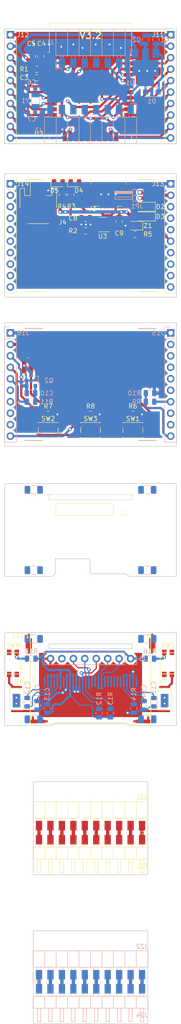
<source format=kicad_pcb>
(kicad_pcb (version 20171130) (host pcbnew 5.0.2+dfsg1-1)
  (layers (0 F.Cu signal) (31 B.Cu signal) (34 B.Paste user hide) (35 F.Paste user hide) (36 B.SilkS user) (37 F.SilkS user) (38 B.Mask user hide) (39 F.Mask user hide) (44 Edge.Cuts user))
  (net 0 "")
  (net 1 GND)
  (net 2 +BATT)
  (net 3 +5V)
  (net 4 VCC)
  (net 5 +3V3)
  (net 6 /CPU_EN)
  (net 7 /CPU_IO0)
  (net 8 /CPU_IO12)
  (net 9 /CPU_IO13)
  (net 10 /CPU_IO14)
  (net 11 /CPU_IO15)
  (net 12 /CPU_IO16)
  (net 13 /CPU_IO17)
  (net 14 /CPU_IO2)
  (net 15 /CPU_IO27)
  (net 16 /CPU_IO4)
  (net 17 /CPU_RXD0)
  (net 18 /CPU_SPK)
  (net 19 /CPU_SPK2)
  (net 20 /CPU_SW1)
  (net 21 /CPU_SW2)
  (net 22 /CPU_TXD0)
  (net 23 /CPU_VSPICLK)
  (net 24 /CPU_VSPICS0)
  (net 25 /CPU_VSPID)
  (net 26 /CPU_VSPIHD)
  (net 27 /CPU_VSPIQ)
  (net 28 /CPU_VSPIWP)
  (net 29 "Net-(U2-Pad4)")
  (net 30 "Net-(U2-Pad5)")
  (net 31 "Net-(U2-Pad17)")
  (net 32 "Net-(U2-Pad18)")
  (net 33 "Net-(U2-Pad19)")
  (net 34 "Net-(U2-Pad20)")
  (net 35 "Net-(U2-Pad21)")
  (net 36 "Net-(U2-Pad22)")
  (net 37 "Net-(U2-Pad32)")
  (net 38 "Net-(C6-Pad2)")
  (net 39 "Net-(C7-Pad2)")
  (net 40 "Net-(J1-Pad4)")
  (net 41 /CHGR_3V3)
  (net 42 /CHGR_GND)
  (net 43 /CHGR_IO12)
  (net 44 /CHGR_IO14)
  (net 45 /CHGR_IO2)
  (net 46 /CHGR_IO27)
  (net 47 /CHGR_IO4)
  (net 48 /CHGR_SPK)
  (net 49 /CHGR_SPK2)
  (net 50 /CHGR_STAT)
  (net 51 /CHGR_SW1)
  (net 52 /CHGR_SW2)
  (net 53 /CHGR_SW3)
  (net 54 /CHGR_VCC)
  (net 55 /CHGR_VMES)
  (net 56 /CHGR_VOUT)
  (net 57 /CHGR_VSPICLK)
  (net 58 /CHGR_VSPID)
  (net 59 /CHGR_VSPIQ)
  (net 60 "Net-(J3-Pad2)")
  (net 61 "Net-(J3-Pad3)")
  (net 62 "Net-(J3-Pad4)")
  (net 63 "Net-(R2-Pad2)")
  (net 64 "Net-(D2-Pad1)")
  (net 65 "Net-(D4-Pad1)")
  (net 66 "Net-(D5-Pad2)")
  (net 67 /MCP73831_STAT)
  (net 68 /CTRL_3V3)
  (net 69 /CTRL_GND)
  (net 70 /CTRL_IO12)
  (net 71 /CTRL_IO14)
  (net 72 /CTRL_IO2)
  (net 73 /CTRL_IO27)
  (net 74 /CTRL_IO4)
  (net 75 /CTRL_SPK)
  (net 76 /CTRL_SPK2)
  (net 77 /CTRL_STAT)
  (net 78 /CTRL_SW1)
  (net 79 /CTRL_SW2)
  (net 80 /CTRL_SW3)
  (net 81 /CTRL_VCC)
  (net 82 /CTRL_VMES)
  (net 83 /CTRL_VOUT)
  (net 84 /CTRL_VSPICLK)
  (net 85 /CTRL_VSPID)
  (net 86 /CTRL_VSPIQ)
  (net 87 "Net-(C10-Pad1)")
  (net 88 "Net-(LS1-Pad2)")
  (net 89 /LCD_3V3)
  (net 90 /LCD_BLCTRL)
  (net 91 /LCD_GND)
  (net 92 /LCD_LCDRS)
  (net 93 /LCD_SCLK)
  (net 94 /LCD_SDI)
  (net 95 /~LCD_LCDCS)
  (net 96 /~LCD_LCDRST)
  (net 97 "Net-(C11-Pad1)")
  (net 98 "Net-(C12-Pad1)")
  (net 99 "Net-(C14-Pad1)")
  (net 100 "Net-(C15-Pad1)")
  (net 101 "Net-(C12-Pad2)")
  (net 102 "Net-(C11-Pad2)")
  (net 103 "Net-(LCD1-Pad1)")
  (net 104 "Net-(LCD1-Pad7)")
  (net 105 "Net-(LCD1-Pad26)")
  (net 106 "Net-(LCD1-Pad16)")
  (net 107 "Net-(LCD1-Pad17)")
  (net 108 "Net-(LCD1-Pad20)")
  (net 109 "Net-(LCD1-Pad21)")
  (net 110 "Net-(LCD1-Pad22)")
  (net 111 "Net-(LCD1-Pad23)")
  (net 112 "Net-(LCD1-Pad24)")
  (net 113 "Net-(LCD1-Pad25)")
  (net 114 "Net-(LCD1-Pad30)")
  (net 115 "Net-(D6-Pad2)")
  (net 116 "Net-(D7-Pad2)")
  (net 117 "Net-(R15-Pad1)")
  (net 118 "Net-(R16-Pad1)")
  (net 119 "Net-(J21-Pad1)")
  (net 120 "Net-(J21-Pad2)")
  (net 121 "Net-(J21-Pad3)")
  (net 122 "Net-(J21-Pad4)")
  (net 123 "Net-(J21-Pad5)")
  (net 124 "Net-(J21-Pad6)")
  (net 125 "Net-(J21-Pad7)")
  (net 126 "Net-(J21-Pad8)")
  (net 127 "Net-(J21-Pad9)")
  (net 128 "Net-(J21-Pad10)")
  (net 129 "Net-(J22-Pad1)")
  (net 130 "Net-(J22-Pad2)")
  (net 131 "Net-(J22-Pad3)")
  (net 132 "Net-(J22-Pad4)")
  (net 133 "Net-(J22-Pad5)")
  (net 134 "Net-(J22-Pad6)")
  (net 135 "Net-(J22-Pad7)")
  (net 136 "Net-(J22-Pad8)")
  (net 137 "Net-(J22-Pad9)")
  (net 138 "Net-(J22-Pad10)")
  (module wifi_voice_clock:PinHeader_1x10_P2.54mm_3mm_Horizontal_SMD (layer B.Cu) (at -11.43 212.78 270)
    (fp_text reference J24 (at 5.66 -22.86 unlocked) (layer B.SilkS) (effects (justify mirror)))
    (fp_text value "PinHeader 1x10 3mm")
    (pad 1 smd rect (at -0.2 0 270) (size 2.1 1.4) (layers B.Cu B.Paste B.Mask) (net 129 "Net-(J22-Pad1)"))
    (pad 2 smd rect (at -0.2 -2.54 270) (size 2.1 1.4) (layers B.Cu B.Paste B.Mask) (net 130 "Net-(J22-Pad2)"))
    (pad 3 smd rect (at -0.2 -5.08 270) (size 2.1 1.4) (layers B.Cu B.Paste B.Mask) (net 131 "Net-(J22-Pad3)"))
    (pad 4 smd rect (at -0.2 -7.62 270) (size 2.1 1.4) (layers B.Cu B.Paste B.Mask) (net 132 "Net-(J22-Pad4)"))
    (pad 5 smd rect (at -0.2 -10.16 270) (size 2.1 1.4) (layers B.Cu B.Paste B.Mask) (net 133 "Net-(J22-Pad5)"))
    (pad 6 smd rect (at -0.2 -12.7 270) (size 2.1 1.4) (layers B.Cu B.Paste B.Mask) (net 134 "Net-(J22-Pad6)"))
    (pad 7 smd rect (at -0.2 -15.24 270) (size 2.1 1.4) (layers B.Cu B.Paste B.Mask) (net 135 "Net-(J22-Pad7)"))
    (pad 8 smd rect (at -0.2 -17.78 270) (size 2.1 1.4) (layers B.Cu B.Paste B.Mask) (net 136 "Net-(J22-Pad8)"))
    (pad 9 smd rect (at -0.2 -20.32 270) (size 2.1 1.4) (layers B.Cu B.Paste B.Mask) (net 137 "Net-(J22-Pad9)"))
    (pad 10 smd rect (at -0.2 -22.86 270) (size 2.1 1.4) (layers B.Cu B.Paste B.Mask) (net 138 "Net-(J22-Pad10)"))
  )
  (module wifi_voice_clock:PinSocket_1x10_P2.54mm_3.5mm_Horizontal_SMD (layer B.Cu) (at -11.43 209.25 270)
    (fp_text reference J22 (at -6.05 -22.86 unlocked) (layer B.SilkS) (effects (justify mirror)))
    (fp_text value "PinSocket 1x10 3.5mm")
    (pad 1 smd rect (at 0.2 0 270) (size 2.1 1.4) (layers B.Cu B.Paste B.Mask) (net 129 "Net-(J22-Pad1)"))
    (pad 2 smd rect (at 0.2 -2.54 270) (size 2.1 1.4) (layers B.Cu B.Paste B.Mask) (net 130 "Net-(J22-Pad2)"))
    (pad 3 smd rect (at 0.2 -5.08 270) (size 2.1 1.4) (layers B.Cu B.Paste B.Mask) (net 131 "Net-(J22-Pad3)"))
    (pad 4 smd rect (at 0.2 -7.62 270) (size 2.1 1.4) (layers B.Cu B.Paste B.Mask) (net 132 "Net-(J22-Pad4)"))
    (pad 5 smd rect (at 0.2 -10.16 270) (size 2.1 1.4) (layers B.Cu B.Paste B.Mask) (net 133 "Net-(J22-Pad5)"))
    (pad 6 smd rect (at 0.2 -12.7 270) (size 2.1 1.4) (layers B.Cu B.Paste B.Mask) (net 134 "Net-(J22-Pad6)"))
    (pad 7 smd rect (at 0.2 -15.24 270) (size 2.1 1.4) (layers B.Cu B.Paste B.Mask) (net 135 "Net-(J22-Pad7)"))
    (pad 8 smd rect (at 0.2 -17.78 270) (size 2.1 1.4) (layers B.Cu B.Paste B.Mask) (net 136 "Net-(J22-Pad8)"))
    (pad 9 smd rect (at 0.2 -20.32 270) (size 2.1 1.4) (layers B.Cu B.Paste B.Mask) (net 137 "Net-(J22-Pad9)"))
    (pad 10 smd rect (at 0.2 -22.86 270) (size 2.1 1.4) (layers B.Cu B.Paste B.Mask) (net 138 "Net-(J22-Pad10)"))
  )
  (module wifi_voice_clock:PinHeader_1x10_P2.54mm_3mm_Horizontal_SMD (layer F.Cu) (at 11.43 179.76 270)
    (fp_text reference J23 (at 5.66 0 unlocked) (layer F.SilkS))
    (fp_text value "PinHeader 1x10 3mm")
    (pad 1 smd rect (at -0.2 0 270) (size 2.1 1.4) (layers F.Cu F.Paste F.Mask) (net 119 "Net-(J21-Pad1)"))
    (pad 2 smd rect (at -0.2 2.54 270) (size 2.1 1.4) (layers F.Cu F.Paste F.Mask) (net 120 "Net-(J21-Pad2)"))
    (pad 3 smd rect (at -0.2 5.08 270) (size 2.1 1.4) (layers F.Cu F.Paste F.Mask) (net 121 "Net-(J21-Pad3)"))
    (pad 4 smd rect (at -0.2 7.62 270) (size 2.1 1.4) (layers F.Cu F.Paste F.Mask) (net 122 "Net-(J21-Pad4)"))
    (pad 5 smd rect (at -0.2 10.16 270) (size 2.1 1.4) (layers F.Cu F.Paste F.Mask) (net 123 "Net-(J21-Pad5)"))
    (pad 6 smd rect (at -0.2 12.7 270) (size 2.1 1.4) (layers F.Cu F.Paste F.Mask) (net 124 "Net-(J21-Pad6)"))
    (pad 7 smd rect (at -0.2 15.24 270) (size 2.1 1.4) (layers F.Cu F.Paste F.Mask) (net 125 "Net-(J21-Pad7)"))
    (pad 8 smd rect (at -0.2 17.78 270) (size 2.1 1.4) (layers F.Cu F.Paste F.Mask) (net 126 "Net-(J21-Pad8)"))
    (pad 9 smd rect (at -0.2 20.32 270) (size 2.1 1.4) (layers F.Cu F.Paste F.Mask) (net 127 "Net-(J21-Pad9)"))
    (pad 10 smd rect (at -0.2 22.86 270) (size 2.1 1.4) (layers F.Cu F.Paste F.Mask) (net 128 "Net-(J21-Pad10)"))
  )
  (module wifi_voice_clock:PinSocket_1x10_P2.54mm_3.5mm_Horizontal_SMD (layer F.Cu) (at 11.43 176.23 270)
    (fp_text reference J21 (at -6.05 0 unlocked) (layer F.SilkS))
    (fp_text value "PinSocket 1x10 3.5mm")
    (pad 1 smd rect (at 0.2 0 270) (size 2.1 1.4) (layers F.Cu F.Paste F.Mask) (net 119 "Net-(J21-Pad1)"))
    (pad 2 smd rect (at 0.2 2.54 270) (size 2.1 1.4) (layers F.Cu F.Paste F.Mask) (net 120 "Net-(J21-Pad2)"))
    (pad 3 smd rect (at 0.2 5.08 270) (size 2.1 1.4) (layers F.Cu F.Paste F.Mask) (net 121 "Net-(J21-Pad3)"))
    (pad 4 smd rect (at 0.2 7.62 270) (size 2.1 1.4) (layers F.Cu F.Paste F.Mask) (net 122 "Net-(J21-Pad4)"))
    (pad 5 smd rect (at 0.2 10.16 270) (size 2.1 1.4) (layers F.Cu F.Paste F.Mask) (net 123 "Net-(J21-Pad5)"))
    (pad 6 smd rect (at 0.2 12.7 270) (size 2.1 1.4) (layers F.Cu F.Paste F.Mask) (net 124 "Net-(J21-Pad6)"))
    (pad 7 smd rect (at 0.2 15.24 270) (size 2.1 1.4) (layers F.Cu F.Paste F.Mask) (net 125 "Net-(J21-Pad7)"))
    (pad 8 smd rect (at 0.2 17.78 270) (size 2.1 1.4) (layers F.Cu F.Paste F.Mask) (net 126 "Net-(J21-Pad8)"))
    (pad 9 smd rect (at 0.2 20.32 270) (size 2.1 1.4) (layers F.Cu F.Paste F.Mask) (net 127 "Net-(J21-Pad9)"))
    (pad 10 smd rect (at 0.2 22.86 270) (size 2.1 1.4) (layers F.Cu F.Paste F.Mask) (net 128 "Net-(J21-Pad10)"))
  )
  (module wifi_voice_clock:THAU13 (layer F.Cu) (at 17.21 140.5 270)
    (fp_text reference SW5 (at -4 0 unlocked) (layer F.SilkS))
    (fp_text value THAU13)
    (pad "" np_thru_hole circle (at 0 1.35 270) (size 0.75 0.75) (drill 0.75) (layers *.Cu *.Mask))
    (pad "" np_thru_hole circle (at 0 -1.35 270) (size 0.75 0.75) (drill 0.75) (layers *.Cu *.Mask))
    (pad "" smd rect (at 2.45 0.85 270) (size 1.2 1) (layers F.Cu F.Paste F.Mask))
    (pad 2 smd rect (at -2.45 0.85 270) (size 1.2 1) (layers F.Cu F.Paste F.Mask) (net 118 "Net-(R16-Pad1)"))
    (pad 1 smd rect (at 2.45 -0.85 270) (size 1.2 1) (layers F.Cu F.Paste F.Mask) (net 116 "Net-(D7-Pad2)"))
    (pad "" smd rect (at -2.45 -0.85 270) (size 1.2 1) (layers F.Cu F.Paste F.Mask))
  )
  (module wifi_voice_clock:THAU13 (layer F.Cu) (at -17.21 140.5 90)
    (fp_text reference SW4 (at 4 0 unlocked) (layer F.SilkS))
    (fp_text value THAU13)
    (pad "" np_thru_hole circle (at 0 1.35 90) (size 0.75 0.75) (drill 0.75) (layers *.Cu *.Mask))
    (pad "" np_thru_hole circle (at 0 -1.35 90) (size 0.75 0.75) (drill 0.75) (layers *.Cu *.Mask))
    (pad 2 smd rect (at 2.45 0.85 90) (size 1.2 1) (layers F.Cu F.Paste F.Mask) (net 117 "Net-(R15-Pad1)"))
    (pad "" smd rect (at -2.45 0.85 90) (size 1.2 1) (layers F.Cu F.Paste F.Mask))
    (pad "" smd rect (at 2.45 -0.85 90) (size 1.2 1) (layers F.Cu F.Paste F.Mask))
    (pad 1 smd rect (at -2.45 -0.85 90) (size 1.2 1) (layers F.Cu F.Paste F.Mask) (net 115 "Net-(D6-Pad2)"))
  )
  (module wifi_voice_clock:LM561B (layer F.Cu) (at -16.43 148.4 270)
    (fp_text reference D6 (at -3.8 -0.6 unlocked) (layer F.SilkS))
    (fp_text value SPMWHT541MD5WAR0SD)
    (pad 2 smd rect (at -2.64 0.75 270) (size 0.52 0.9) (layers F.Cu F.Paste F.Mask) (net 115 "Net-(D6-Pad2)"))
    (pad 2 smd rect (at -2.64 -0.75 270) (size 0.52 0.9) (layers F.Cu F.Paste F.Mask) (net 115 "Net-(D6-Pad2)"))
    (pad 1 smd rect (at 0.35 0 270) (size 2.54 1.18) (layers F.Cu F.Paste F.Mask) (net 91 /LCD_GND))
    (pad 1 smd rect (at 2.64 0.75 270) (size 0.52 0.9) (layers F.Cu F.Paste F.Mask) (net 91 /LCD_GND))
    (pad 1 smd rect (at 2.64 -0.75 270) (size 0.52 0.9) (layers F.Cu F.Paste F.Mask) (net 91 /LCD_GND))
  )
  (module wifi_voice_clock:LM561B (layer F.Cu) (at 16.43 148.4 270)
    (fp_text reference D7 (at -3.8 0.6 unlocked) (layer F.SilkS))
    (fp_text value SPMWHT541MD5WAR0SD)
    (pad 2 smd rect (at -2.64 0.75 270) (size 0.52 0.9) (layers F.Cu F.Paste F.Mask) (net 116 "Net-(D7-Pad2)"))
    (pad 2 smd rect (at -2.64 -0.75 270) (size 0.52 0.9) (layers F.Cu F.Paste F.Mask) (net 116 "Net-(D7-Pad2)"))
    (pad 1 smd rect (at 0.35 0 270) (size 2.54 1.18) (layers F.Cu F.Paste F.Mask) (net 91 /LCD_GND))
    (pad 1 smd rect (at 2.64 0.75 270) (size 0.52 0.9) (layers F.Cu F.Paste F.Mask) (net 91 /LCD_GND))
    (pad 1 smd rect (at 2.64 -0.75 270) (size 0.52 0.9) (layers F.Cu F.Paste F.Mask) (net 91 /LCD_GND))
  )
  (module Resistor_SMD:R_0805_2012Metric (layer B.Cu) (at -13.16 139.45)
    (fp_text reference R15 (at 0 -1.65 unlocked) (layer B.SilkS) (effects (justify mirror)))
    (fp_text value 1K)
    (pad 2 smd roundrect (at 0.9375 0) (size 0.975 1.4) (layers B.Cu B.Paste B.Mask) (net 89 /LCD_3V3))
    (pad 1 smd roundrect (at -0.9375 0) (size 0.975 1.4) (layers B.Cu B.Paste B.Mask) (net 117 "Net-(R15-Pad1)"))
  )
  (module Resistor_SMD:R_0805_2012Metric (layer B.Cu) (at 13.16 139.45 180)
    (fp_text reference R16 (at 0 1.65 unlocked) (layer B.SilkS) (effects (justify mirror)))
    (fp_text value 1K)
    (pad 1 smd roundrect (at -0.9375 0 180) (size 0.975 1.4) (layers B.Cu B.Paste B.Mask) (net 118 "Net-(R16-Pad1)"))
    (pad 2 smd roundrect (at 0.9375 0 180) (size 0.975 1.4) (layers B.Cu B.Paste B.Mask) (net 89 /LCD_3V3))
  )
  (module wifi_voice_clock:esp32_anntena_hole (layer F.Cu) (at 0 104.26)
    (fp_text reference REF** hide)
    (fp_text value esp32_anntena_hole)
    (pad "" np_thru_hole oval (at 8.65 -0.55) (size 1.1 1.1) (drill 1.1) (layers *.Cu *.Mask))
    (pad "" np_thru_hole oval (at 8.1 -0.55) (size 1.1 1.1) (drill 1.1) (layers *.Cu *.Mask))
    (pad "" np_thru_hole oval (at 7.55 -0.55) (size 1.1 1.1) (drill 1.1) (layers *.Cu *.Mask))
    (pad "" np_thru_hole oval (at 7 -0.55) (size 1.1 1.1) (drill 1.1) (layers *.Cu *.Mask))
    (pad "" np_thru_hole oval (at 6.45 -0.55) (size 1.1 1.1) (drill 1.1) (layers *.Cu *.Mask))
    (pad "" np_thru_hole oval (at 5.9 -0.55) (size 1.1 1.1) (drill 1.1) (layers *.Cu *.Mask))
    (pad "" np_thru_hole oval (at 5.35 -0.55) (size 1.1 1.1) (drill 1.1) (layers *.Cu *.Mask))
    (pad "" np_thru_hole oval (at 4.8 -0.55) (size 1.1 1.1) (drill 1.1) (layers *.Cu *.Mask))
    (pad "" np_thru_hole oval (at 4.25 -0.55) (size 1.1 1.1) (drill 1.1) (layers *.Cu *.Mask))
    (pad "" np_thru_hole oval (at 3.7 -0.55) (size 1.1 1.1) (drill 1.1) (layers *.Cu *.Mask))
    (pad "" np_thru_hole oval (at 3.15 -0.55) (size 1.1 1.1) (drill 1.1) (layers *.Cu *.Mask))
    (pad "" np_thru_hole oval (at 2.6 -0.55) (size 1.1 1.1) (drill 1.1) (layers *.Cu *.Mask))
    (pad "" np_thru_hole oval (at 2.05 -0.55) (size 1.1 1.1) (drill 1.1) (layers *.Cu *.Mask))
    (pad "" np_thru_hole oval (at 1.5 -0.55) (size 1.1 1.1) (drill 1.1) (layers *.Cu *.Mask))
    (pad "" np_thru_hole oval (at 0.95 -0.55) (size 1.1 1.1) (drill 1.1) (layers *.Cu *.Mask))
    (pad "" np_thru_hole oval (at 0.4 -0.55) (size 1.1 1.1) (drill 1.1) (layers *.Cu *.Mask))
    (pad "" np_thru_hole oval (at -0.4 -0.55) (size 1.1 1.1) (drill 1.1) (layers *.Cu *.Mask))
    (pad "" np_thru_hole oval (at -0.95 -0.55) (size 1.1 1.1) (drill 1.1) (layers *.Cu *.Mask))
    (pad "" np_thru_hole oval (at -1.5 -0.55) (size 1.1 1.1) (drill 1.1) (layers *.Cu *.Mask))
    (pad "" np_thru_hole oval (at -2.05 -0.55) (size 1.1 1.1) (drill 1.1) (layers *.Cu *.Mask))
    (pad "" np_thru_hole oval (at -2.6 -0.55) (size 1.1 1.1) (drill 1.1) (layers *.Cu *.Mask))
    (pad "" np_thru_hole oval (at -3.15 -0.55) (size 1.1 1.1) (drill 1.1) (layers *.Cu *.Mask))
    (pad "" np_thru_hole oval (at -3.7 -0.55) (size 1.1 1.1) (drill 1.1) (layers *.Cu *.Mask))
    (pad "" np_thru_hole oval (at -4.25 -0.55) (size 1.1 1.1) (drill 1.1) (layers *.Cu *.Mask))
    (pad "" np_thru_hole oval (at -4.8 -0.55) (size 1.1 1.1) (drill 1.1) (layers *.Cu *.Mask))
    (pad "" np_thru_hole oval (at -5.35 -0.55) (size 1.1 1.1) (drill 1.1) (layers *.Cu *.Mask))
    (pad "" np_thru_hole oval (at -5.9 -0.55) (size 1.1 1.1) (drill 1.1) (layers *.Cu *.Mask))
    (pad "" np_thru_hole oval (at -6.45 -0.55) (size 1.1 1.1) (drill 1.1) (layers *.Cu *.Mask))
    (pad "" np_thru_hole oval (at -7 -0.55) (size 1.1 1.1) (drill 1.1) (layers *.Cu *.Mask))
    (pad "" np_thru_hole oval (at -7.55 -0.55) (size 1.1 1.1) (drill 1.1) (layers *.Cu *.Mask))
    (pad "" np_thru_hole oval (at -8.1 -0.55) (size 1.1 1.1) (drill 1.1) (layers *.Cu *.Mask))
    (pad "" np_thru_hole oval (at -8.65 -0.55) (size 1.1 1.1) (drill 1.1) (layers *.Cu *.Mask))
    (pad "" np_thru_hole oval (at 0 -0.55) (size 18.4 1.1) (drill oval 18.4 1.1) (layers *.Cu *.Mask))
  )
  (module Resistor_SMD:R_1206_3216Metric (layer B.Cu) (at 12.6 119.86)
    (fp_text reference REF** hide)
    (fp_text value "Fixing Jumper")
    (pad 1 smd roundrect (at -1.4 0) (size 1.25 1.75) (layers B.Cu B.Paste B.Mask) (roundrect_rratio 0.2))
    (pad 2 smd roundrect (at 1.4 0) (size 1.25 1.75) (layers B.Cu B.Paste B.Mask) (roundrect_rratio 0.2))
  )
  (module Connector_PinSocket_2.54mm:PinSocket_1x06_P2.54mm_Vertical (layer F.Cu) (at 6.35 106.43 270)
    (fp_text reference REF** hide)
    (fp_text value PinSocket_1x06_P2.54mm_Vertical)
    (pad "" np_thru_hole oval (at 0 12.7 270) (size 1 1) (drill 1) (layers *.Cu *.Mask))
    (pad "" np_thru_hole oval (at 0 10.16 270) (size 1 1) (drill 1) (layers *.Cu *.Mask))
    (pad "" np_thru_hole oval (at 0 7.62 270) (size 1 1) (drill 1) (layers *.Cu *.Mask))
    (pad "" np_thru_hole oval (at 0 5.08 270) (size 1 1) (drill 1) (layers *.Cu *.Mask))
    (pad "" np_thru_hole oval (at 0 2.54 270) (size 1 1) (drill 1) (layers *.Cu *.Mask))
    (pad "" np_thru_hole oval (at 0 0 270) (size 1 1) (drill 1) (layers *.Cu *.Mask))
  )
  (module Resistor_SMD:R_1206_3216Metric (layer B.Cu) (at 12.6 102.06 180)
    (fp_text reference REF** hide)
    (fp_text value "Fixing Jumper")
    (pad 1 smd roundrect (at -1.4 0 180) (size 1.25 1.75) (layers B.Cu B.Paste B.Mask) (roundrect_rratio 0.2))
    (pad 2 smd roundrect (at 1.4 0 180) (size 1.25 1.75) (layers B.Cu B.Paste B.Mask) (roundrect_rratio 0.2))
  )
  (module Resistor_SMD:R_1206_3216Metric (layer B.Cu) (at -12.6 102.06 180)
    (fp_text reference REF** hide)
    (fp_text value "Fixing Jumper")
    (pad 1 smd roundrect (at -1.4 0 180) (size 1.25 1.75) (layers B.Cu B.Paste B.Mask) (roundrect_rratio 0.2))
    (pad 2 smd roundrect (at 1.4 0 180) (size 1.25 1.75) (layers B.Cu B.Paste B.Mask) (roundrect_rratio 0.2))
  )
  (module Resistor_SMD:R_1206_3216Metric (layer B.Cu) (at -12.6 119.86)
    (fp_text reference REF** hide)
    (fp_text value "Fixing Jumper")
    (pad 1 smd roundrect (at -1.4 0) (size 1.25 1.75) (layers B.Cu B.Paste B.Mask) (roundrect_rratio 0.2))
    (pad 2 smd roundrect (at 1.4 0) (size 1.25 1.75) (layers B.Cu B.Paste B.Mask) (roundrect_rratio 0.2))
  )
  (module Connector_PinSocket_2.54mm:PinSocket_1x10_P2.54mm_Vertical (layer B.Cu) (at 17.78 67.31 180)
    (fp_text reference J15 (at 2.8 0 unlocked) (layer B.SilkS) (effects (justify mirror)))
    (fp_text value "PinSocket 1x10 3.5mm")
    (pad 1 thru_hole rect (at 0 0 180) (size 1.7 1.7) (drill 1) (layers *.Cu *.Mask) (net 69 /CTRL_GND))
    (pad 2 thru_hole oval (at 0 -2.54 180) (size 1.7 1.7) (drill 1) (layers *.Cu *.Mask) (net 81 /CTRL_VCC))
    (pad 3 thru_hole oval (at 0 -5.08 180) (size 1.7 1.7) (drill 1) (layers *.Cu *.Mask) (net 85 /CTRL_VSPID))
    (pad 4 thru_hole oval (at 0 -7.62 180) (size 1.7 1.7) (drill 1) (layers *.Cu *.Mask) (net 86 /CTRL_VSPIQ))
    (pad 5 thru_hole oval (at 0 -10.16 180) (size 1.7 1.7) (drill 1) (layers *.Cu *.Mask) (net 84 /CTRL_VSPICLK))
    (pad 6 thru_hole oval (at 0 -12.7 180) (size 1.7 1.7) (drill 1) (layers *.Cu *.Mask) (net 77 /CTRL_STAT))
    (pad 7 thru_hole oval (at 0 -15.24 180) (size 1.7 1.7) (drill 1) (layers *.Cu *.Mask) (net 83 /CTRL_VOUT))
    (pad 8 thru_hole oval (at 0 -17.78 180) (size 1.7 1.7) (drill 1) (layers *.Cu *.Mask) (net 74 /CTRL_IO4))
    (pad 9 thru_hole oval (at 0 -20.32 180) (size 1.7 1.7) (drill 1) (layers *.Cu *.Mask) (net 72 /CTRL_IO2))
    (pad 10 thru_hole oval (at 0 -22.86 180) (size 1.7 1.7) (drill 1) (layers *.Cu *.Mask) (net 82 /CTRL_VMES))
  )
  (module Resistor_SMD:R_0805_2012Metric (layer B.Cu) (at 13.208 80.645 180)
    (fp_text reference R10 (at 3.5 0 unlocked) (layer B.SilkS) (effects (justify mirror)))
    (fp_text value 10K)
    (pad 1 smd roundrect (at -0.9375 0 180) (size 0.975 1.4) (layers B.Cu B.Paste B.Mask) (net 69 /CTRL_GND))
    (pad 2 smd roundrect (at 0.9375 0 180) (size 0.975 1.4) (layers B.Cu B.Paste B.Mask) (net 82 /CTRL_VMES))
  )
  (module Resistor_SMD:R_0805_2012Metric (layer B.Cu) (at 13.208 82.55)
    (fp_text reference R9 (at -3 0 unlocked) (layer B.SilkS) (effects (justify mirror)))
    (fp_text value 10K)
    (pad 1 smd roundrect (at -0.9375 0) (size 0.975 1.4) (layers B.Cu B.Paste B.Mask) (net 82 /CTRL_VMES))
    (pad 2 smd roundrect (at 0.9375 0) (size 0.975 1.4) (layers B.Cu B.Paste B.Mask) (net 83 /CTRL_VOUT))
  )
  (module Resistor_SMD:R_0805_2012Metric (layer B.Cu) (at -13.208 82.55 180)
    (fp_text reference R11 (at -3.5 0 unlocked) (layer B.SilkS) (effects (justify mirror)))
    (fp_text value 820)
    (pad 1 smd roundrect (at -0.9375 0 180) (size 0.975 1.4) (layers B.Cu B.Paste B.Mask) (net 87 "Net-(C10-Pad1)"))
    (pad 2 smd roundrect (at 0.9375 0 180) (size 0.975 1.4) (layers B.Cu B.Paste B.Mask) (net 75 /CTRL_SPK))
  )
  (module Resistor_SMD:R_0612_1632Metric (layer F.Cu) (at -13.97 74.549 180)
    (fp_text reference LS1 hide)
    (fp_text value CES-20134-088PM)
    (pad 1 smd roundrect (at -0.75 0 180) (size 1 3.4) (layers F.Cu F.Paste F.Mask) (net 68 /CTRL_3V3))
    (pad 2 smd roundrect (at 0.75 0 180) (size 1 3.4) (layers F.Cu F.Paste F.Mask) (net 88 "Net-(LS1-Pad2)"))
  )
  (module Package_TO_SOT_SMD:SC-59 (layer B.Cu) (at -13.208 77.85 90)
    (fp_text reference Q2 (at 0 4 unlocked) (layer B.SilkS) (effects (justify mirror)))
    (fp_text value 2SC3265-Y)
    (pad 1 smd rect (at -1.2 0.95 90) (size 0.9 0.8) (layers B.Cu B.Paste B.Mask) (net 87 "Net-(C10-Pad1)"))
    (pad 2 smd rect (at -1.2 -0.95 90) (size 0.9 0.8) (layers B.Cu B.Paste B.Mask) (net 69 /CTRL_GND))
    (pad 3 smd rect (at 1.2 0 90) (size 0.9 0.8) (layers B.Cu B.Paste B.Mask) (net 88 "Net-(LS1-Pad2)"))
  )
  (module Capacitor_SMD:C_0805_2012Metric (layer B.Cu) (at -13.208 80.645 180)
    (fp_text reference C10 (at -3.5 0 unlocked) (layer B.SilkS) (effects (justify mirror)))
    (fp_text value 1uF)
    (pad 1 smd roundrect (at -0.9375 0 180) (size 0.975 1.4) (layers B.Cu B.Paste B.Mask) (net 87 "Net-(C10-Pad1)"))
    (pad 2 smd roundrect (at 0.9375 0 180) (size 0.975 1.4) (layers B.Cu B.Paste B.Mask) (net 69 /CTRL_GND))
  )
  (module Button_Switch_SMD:SW_SPST_PTS810 (layer F.Cu) (at 0 88.84)
    (fp_text reference SW3 (at 0 -2.54 unlocked) (layer F.SilkS))
    (fp_text value SW_Push)
    (pad 1 smd rect (at -2.075 -1.075) (size 1.05 0.65) (layers F.Cu F.Paste F.Mask) (net 80 /CTRL_SW3))
    (pad 1 smd rect (at 2.075 -1.075) (size 1.05 0.65) (layers F.Cu F.Paste F.Mask) (net 80 /CTRL_SW3))
    (pad 2 smd rect (at -2.075 1.075) (size 1.05 0.65) (layers F.Cu F.Paste F.Mask) (net 68 /CTRL_3V3))
    (pad 2 smd rect (at 2.075 1.075) (size 1.05 0.65) (layers F.Cu F.Paste F.Mask) (net 68 /CTRL_3V3))
  )
  (module Connector_PinSocket_2.54mm:PinSocket_1x10_P2.54mm_Vertical (layer B.Cu) (at -17.78 67.31 180)
    (fp_text reference J16 (at -2.8 0 unlocked) (layer B.SilkS) (effects (justify mirror)))
    (fp_text value "PinSocket 1x10 3.5mm")
    (pad 1 thru_hole rect (at 0 0 180) (size 1.7 1.7) (drill 1) (layers *.Cu *.Mask) (net 69 /CTRL_GND))
    (pad 2 thru_hole oval (at 0 -2.54 180) (size 1.7 1.7) (drill 1) (layers *.Cu *.Mask) (net 68 /CTRL_3V3))
    (pad 3 thru_hole oval (at 0 -5.08 180) (size 1.7 1.7) (drill 1) (layers *.Cu *.Mask) (net 78 /CTRL_SW1))
    (pad 4 thru_hole oval (at 0 -7.62 180) (size 1.7 1.7) (drill 1) (layers *.Cu *.Mask) (net 79 /CTRL_SW2))
    (pad 5 thru_hole oval (at 0 -10.16 180) (size 1.7 1.7) (drill 1) (layers *.Cu *.Mask) (net 75 /CTRL_SPK))
    (pad 6 thru_hole oval (at 0 -12.7 180) (size 1.7 1.7) (drill 1) (layers *.Cu *.Mask) (net 76 /CTRL_SPK2))
    (pad 7 thru_hole oval (at 0 -15.24 180) (size 1.7 1.7) (drill 1) (layers *.Cu *.Mask) (net 73 /CTRL_IO27))
    (pad 8 thru_hole oval (at 0 -17.78 180) (size 1.7 1.7) (drill 1) (layers *.Cu *.Mask) (net 71 /CTRL_IO14))
    (pad 9 thru_hole oval (at 0 -20.32 180) (size 1.7 1.7) (drill 1) (layers *.Cu *.Mask) (net 70 /CTRL_IO12))
    (pad 10 thru_hole oval (at 0 -22.86 180) (size 1.7 1.7) (drill 1) (layers *.Cu *.Mask) (net 80 /CTRL_SW3))
  )
  (module Resistor_SMD:R_0805_2012Metric (layer F.Cu) (at -9.398 85.36 180)
    (fp_text reference R7 (at 0 1.8 unlocked) (layer F.SilkS))
    (fp_text value 10K)
    (pad 1 smd roundrect (at -0.9375 0 180) (size 0.975 1.4) (layers F.Cu F.Paste F.Mask) (net 69 /CTRL_GND))
    (pad 2 smd roundrect (at 0.9375 0 180) (size 0.975 1.4) (layers F.Cu F.Paste F.Mask) (net 79 /CTRL_SW2))
  )
  (module Resistor_SMD:R_0805_2012Metric (layer F.Cu) (at 0 85.36 180)
    (fp_text reference R8 (at 0 1.8 unlocked) (layer F.SilkS))
    (fp_text value 10K)
    (pad 1 smd roundrect (at -0.9375 0 180) (size 0.975 1.4) (layers F.Cu F.Paste F.Mask) (net 69 /CTRL_GND))
    (pad 2 smd roundrect (at 0.9375 0 180) (size 0.975 1.4) (layers F.Cu F.Paste F.Mask) (net 80 /CTRL_SW3))
  )
  (module Button_Switch_SMD:SW_SPST_PTS810 (layer F.Cu) (at -9.398 88.84)
    (fp_text reference SW2 (at 0 -2.54 unlocked) (layer F.SilkS))
    (fp_text value SW_Push)
    (pad 1 smd rect (at -2.075 -1.075) (size 1.05 0.65) (layers F.Cu F.Paste F.Mask) (net 79 /CTRL_SW2))
    (pad 1 smd rect (at 2.075 -1.075) (size 1.05 0.65) (layers F.Cu F.Paste F.Mask) (net 79 /CTRL_SW2))
    (pad 2 smd rect (at -2.075 1.075) (size 1.05 0.65) (layers F.Cu F.Paste F.Mask) (net 68 /CTRL_3V3))
    (pad 2 smd rect (at 2.075 1.075) (size 1.05 0.65) (layers F.Cu F.Paste F.Mask) (net 68 /CTRL_3V3))
  )
  (module Resistor_SMD:R_0805_2012Metric (layer F.Cu) (at 9.398 85.36 180)
    (fp_text reference R6 (at 0 1.8 unlocked) (layer F.SilkS))
    (fp_text value 10K)
    (pad 1 smd roundrect (at -0.9375 0 180) (size 0.975 1.4) (layers F.Cu F.Paste F.Mask) (net 69 /CTRL_GND))
    (pad 2 smd roundrect (at 0.9375 0 180) (size 0.975 1.4) (layers F.Cu F.Paste F.Mask) (net 78 /CTRL_SW1))
  )
  (module Button_Switch_SMD:SW_SPST_PTS810 (layer F.Cu) (at 9.398 88.84)
    (fp_text reference SW1 (at 0 -2.54 unlocked) (layer F.SilkS))
    (fp_text value SW_Push)
    (pad 1 smd rect (at -2.075 -1.075) (size 1.05 0.65) (layers F.Cu F.Paste F.Mask) (net 78 /CTRL_SW1))
    (pad 1 smd rect (at 2.075 -1.075) (size 1.05 0.65) (layers F.Cu F.Paste F.Mask) (net 78 /CTRL_SW1))
    (pad 2 smd rect (at -2.075 1.075) (size 1.05 0.65) (layers F.Cu F.Paste F.Mask) (net 68 /CTRL_3V3))
    (pad 2 smd rect (at 2.075 1.075) (size 1.05 0.65) (layers F.Cu F.Paste F.Mask) (net 68 /CTRL_3V3))
  )
  (module Connector_PinSocket_2.54mm:PinSocket_1x10_P2.54mm_Vertical (layer F.Cu) (at 17.78 34.29)
    (fp_text reference J13 (at -2.8 0 unlocked) (layer F.SilkS))
    (fp_text value "PinSocket 1x10 3.5mm")
    (pad 1 thru_hole rect (at 0 0) (size 1.7 1.7) (drill 1) (layers *.Cu *.Mask) (net 42 /CHGR_GND))
    (pad 2 thru_hole oval (at 0 2.54) (size 1.7 1.7) (drill 1) (layers *.Cu *.Mask) (net 54 /CHGR_VCC))
    (pad 3 thru_hole oval (at 0 5.08) (size 1.7 1.7) (drill 1) (layers *.Cu *.Mask) (net 58 /CHGR_VSPID))
    (pad 4 thru_hole oval (at 0 7.62) (size 1.7 1.7) (drill 1) (layers *.Cu *.Mask) (net 59 /CHGR_VSPIQ))
    (pad 5 thru_hole oval (at 0 10.16) (size 1.7 1.7) (drill 1) (layers *.Cu *.Mask) (net 57 /CHGR_VSPICLK))
    (pad 6 thru_hole oval (at 0 12.7) (size 1.7 1.7) (drill 1) (layers *.Cu *.Mask) (net 50 /CHGR_STAT))
    (pad 7 thru_hole oval (at 0 15.24) (size 1.7 1.7) (drill 1) (layers *.Cu *.Mask) (net 56 /CHGR_VOUT))
    (pad 8 thru_hole oval (at 0 17.78) (size 1.7 1.7) (drill 1) (layers *.Cu *.Mask) (net 47 /CHGR_IO4))
    (pad 9 thru_hole oval (at 0 20.32) (size 1.7 1.7) (drill 1) (layers *.Cu *.Mask) (net 45 /CHGR_IO2))
    (pad 10 thru_hole oval (at 0 22.86) (size 1.7 1.7) (drill 1) (layers *.Cu *.Mask) (net 55 /CHGR_VMES))
  )
  (module LED_SMD:LED_0805_2012Metric (layer F.Cu) (at -7.1305 33.97)
    (fp_text reference D5 (at -0.888 1.8 unlocked) (layer F.SilkS))
    (fp_text value Grean)
    (pad 1 smd roundrect (at -0.9375 0) (size 0.975 1.4) (layers F.Cu F.Paste F.Mask) (net 42 /CHGR_GND))
    (pad 2 smd roundrect (at 0.9375 0) (size 0.975 1.4) (layers F.Cu F.Paste F.Mask) (net 66 "Net-(D5-Pad2)"))
  )
  (module Connector_PinHeader_1.27mm:PinHeader_1x02_P1.27mm_Horizontal (layer B.Cu) (at 10.922 36.195 180)
    (fp_text reference JP1 (at 0.635 -3.048 unlocked) (layer B.SilkS) (effects (justify mirror)))
    (fp_text value Jumper)
    (pad 1 thru_hole rect (at 0 0 270) (size 1 1) (drill 0.65) (layers F.Cu F.Mask) (net 54 /CHGR_VCC))
    (pad 2 thru_hole oval (at 0 -1.27 270) (size 1 1) (drill 0.65) (layers F.Cu F.Mask) (net 64 "Net-(D2-Pad1)"))
  )
  (module Connector_PinSocket_2.54mm:PinSocket_1x10_P2.54mm_Vertical (layer F.Cu) (at -17.78 34.29)
    (fp_text reference J14 (at 2.8 0 unlocked) (layer F.SilkS))
    (fp_text value "PinSocket 1x10 3.5mm")
    (pad 1 thru_hole rect (at 0 0) (size 1.7 1.7) (drill 1) (layers *.Cu *.Mask) (net 42 /CHGR_GND))
    (pad 2 thru_hole oval (at 0 2.54) (size 1.7 1.7) (drill 1) (layers *.Cu *.Mask) (net 41 /CHGR_3V3))
    (pad 3 thru_hole oval (at 0 5.08) (size 1.7 1.7) (drill 1) (layers *.Cu *.Mask) (net 51 /CHGR_SW1))
    (pad 4 thru_hole oval (at 0 7.62) (size 1.7 1.7) (drill 1) (layers *.Cu *.Mask) (net 52 /CHGR_SW2))
    (pad 5 thru_hole oval (at 0 10.16) (size 1.7 1.7) (drill 1) (layers *.Cu *.Mask) (net 48 /CHGR_SPK))
    (pad 6 thru_hole oval (at 0 12.7) (size 1.7 1.7) (drill 1) (layers *.Cu *.Mask) (net 49 /CHGR_SPK2))
    (pad 7 thru_hole oval (at 0 15.24) (size 1.7 1.7) (drill 1) (layers *.Cu *.Mask) (net 46 /CHGR_IO27))
    (pad 8 thru_hole oval (at 0 17.78) (size 1.7 1.7) (drill 1) (layers *.Cu *.Mask) (net 44 /CHGR_IO14))
    (pad 9 thru_hole oval (at 0 20.32) (size 1.7 1.7) (drill 1) (layers *.Cu *.Mask) (net 43 /CHGR_IO12))
    (pad 10 thru_hole oval (at 0 22.86) (size 1.7 1.7) (drill 1) (layers *.Cu *.Mask) (net 53 /CHGR_SW3))
  )
  (module Package_TO_SOT_SMD:SOT-23-5 (layer F.Cu) (at 2.7 43.307 180)
    (fp_text reference U3 (at 0 -2.6 unlocked) (layer F.SilkS))
    (fp_text value MCP73831-2-OT)
    (pad 1 smd rect (at -1.1 -0.95 180) (size 1.06 0.65) (layers F.Cu F.Paste F.Mask) (net 67 /MCP73831_STAT))
    (pad 2 smd rect (at -1.1 0 180) (size 1.06 0.65) (layers F.Cu F.Paste F.Mask) (net 42 /CHGR_GND))
    (pad 3 smd rect (at -1.1 0.95 180) (size 1.06 0.65) (layers F.Cu F.Paste F.Mask) (net 2 +BATT))
    (pad 4 smd rect (at 1.1 0.95 180) (size 1.06 0.65) (layers F.Cu F.Paste F.Mask) (net 3 +5V))
    (pad 5 smd rect (at 1.1 -0.95 180) (size 1.06 0.65) (layers F.Cu F.Paste F.Mask) (net 63 "Net-(R2-Pad2)"))
  )
  (module Diode_SMD:D_SOD-123F (layer F.Cu) (at 12.192 41.529 180)
    (fp_text reference D3 (at -3.3 0 unlocked) (layer F.SilkS))
    (fp_text value SS2040FL)
    (pad 1 smd rect (at -1.4 0 180) (size 1.1 1.1) (layers F.Cu F.Paste F.Mask) (net 64 "Net-(D2-Pad1)"))
    (pad 2 smd rect (at 1.4 0 180) (size 1.1 1.1) (layers F.Cu F.Paste F.Mask) (net 2 +BATT))
  )
  (module Connector_JST:JST_PH_S2B-PH-SM4-TB_1x02-1MP_P2.00mm_Horizontal (layer F.Cu) (at -11.597 38.608)
    (fp_text reference J4 (at 5.418 4.191 unlocked) (layer F.SilkS))
    (fp_text value BATTERY)
    (pad 1 smd roundrect (at -1 -2.85) (size 1 3.5) (layers F.Cu F.Paste F.Mask) (net 2 +BATT))
    (pad 2 smd roundrect (at 1 -2.85) (size 1 3.5) (layers F.Cu F.Paste F.Mask) (net 42 /CHGR_GND))
    (pad MP smd roundrect (at -3.35 2.9) (size 1.5 3.4) (layers F.Cu F.Paste F.Mask) (roundrect_rratio 0.166667))
    (pad MP smd roundrect (at 3.35 2.9) (size 1.5 3.4) (layers F.Cu F.Paste F.Mask) (roundrect_rratio 0.166667))
  )
  (module Diode_SMD:D_SOD-123F (layer F.Cu) (at 12.192 39.37 180)
    (fp_text reference D2 (at -3.3 0 unlocked) (layer F.SilkS))
    (fp_text value GS1010FL)
    (pad 1 smd rect (at -1.4 0 180) (size 1.1 1.1) (layers F.Cu F.Paste F.Mask) (net 64 "Net-(D2-Pad1)"))
    (pad 2 smd rect (at 1.4 0 180) (size 1.1 1.1) (layers F.Cu F.Paste F.Mask) (net 3 +5V))
  )
  (module wifi_voice_clock:USB_Mini-B_Hirose_UX60SC-MB-5ST (layer F.Cu) (at 3.962 39.02 180)
    (fp_text reference J3 (at 3.5 -0.8 unlocked) (layer F.SilkS))
    (fp_text value USB_B_Mini)
    (pad 1 smd rect (at -1.6 0 180) (size 0.5 1.4) (layers F.Cu F.Paste F.Mask) (net 3 +5V))
    (pad 2 smd rect (at -0.8 0 180) (size 0.5 1.4) (layers F.Cu F.Paste F.Mask) (net 60 "Net-(J3-Pad2)"))
    (pad 3 smd rect (at 0 0 180) (size 0.5 1.4) (layers F.Cu F.Paste F.Mask) (net 61 "Net-(J3-Pad3)"))
    (pad 4 smd rect (at 0.8 0 180) (size 0.5 1.4) (layers F.Cu F.Paste F.Mask) (net 62 "Net-(J3-Pad4)"))
    (pad 5 smd rect (at 1.6 0 180) (size 0.5 1.4) (layers F.Cu F.Paste F.Mask) (net 42 /CHGR_GND))
    (pad 6 smd rect (at -4.2 2.4 180) (size 2.5 3.8) (layers F.Cu F.Paste F.Mask) (net 42 /CHGR_GND))
    (pad 6 smd rect (at 4.2 2.4 180) (size 2.5 3.8) (layers F.Cu F.Paste F.Mask) (net 42 /CHGR_GND))
  )
  (module LED_SMD:LED_0805_2012Metric (layer F.Cu) (at -3.4775 33.97)
    (fp_text reference D4 (at 0.888 1.8 unlocked) (layer F.SilkS))
    (fp_text value Orange)
    (pad 1 smd roundrect (at -0.9375 0) (size 0.975 1.4) (layers F.Cu F.Paste F.Mask) (net 65 "Net-(D4-Pad1)"))
    (pad 2 smd roundrect (at 0.9375 0) (size 0.975 1.4) (layers F.Cu F.Paste F.Mask) (net 3 +5V))
  )
  (module Capacitor_SMD:C_0805_2012Metric (layer F.Cu) (at 6.35 42.6235 90)
    (fp_text reference C9 (at -2.6 0 unlocked) (layer F.SilkS))
    (fp_text value 10uF)
    (pad 1 smd roundrect (at -0.9375 0 90) (size 0.975 1.4) (layers F.Cu F.Paste F.Mask) (net 42 /CHGR_GND))
    (pad 2 smd roundrect (at 0.9375 0 90) (size 0.975 1.4) (layers F.Cu F.Paste F.Mask) (net 2 +BATT))
  )
  (module Resistor_SMD:R_0805_2012Metric (layer F.Cu) (at -1.0945 44.704)
    (fp_text reference R2 (at -2.8 0 unlocked) (layer F.SilkS))
    (fp_text value 10K)
    (pad 1 smd roundrect (at -0.9375 0) (size 0.975 1.4) (layers F.Cu F.Paste F.Mask) (net 42 /CHGR_GND))
    (pad 2 smd roundrect (at 0.9375 0) (size 0.975 1.4) (layers F.Cu F.Paste F.Mask) (net 63 "Net-(R2-Pad2)"))
  )
  (module Diode_SMD:D_0805_2012Metric (layer F.Cu) (at 9.906 43.561 180)
    (fp_text reference Z1 (at -2.8 0 unlocked) (layer F.SilkS))
    (fp_text value 3.3V)
    (pad 1 smd roundrect (at -0.9375 0 180) (size 0.975 1.4) (layers F.Cu F.Paste F.Mask) (net 50 /CHGR_STAT))
    (pad 2 smd roundrect (at 0.9375 0 180) (size 0.975 1.4) (layers F.Cu F.Paste F.Mask) (net 42 /CHGR_GND))
  )
  (module Resistor_SMD:R_0805_2012Metric (layer F.Cu) (at 9.906 45.466)
    (fp_text reference R5 (at 2.8 0 unlocked) (layer F.SilkS))
    (fp_text value 10K)
    (pad 1 smd roundrect (at -0.9375 0) (size 0.975 1.4) (layers F.Cu F.Paste F.Mask) (net 67 /MCP73831_STAT))
    (pad 2 smd roundrect (at 0.9375 0) (size 0.975 1.4) (layers F.Cu F.Paste F.Mask) (net 50 /CHGR_STAT))
  )
  (module Capacitor_SMD:C_0805_2012Metric (layer F.Cu) (at -1.0945 41.91 180)
    (fp_text reference C8 (at 2.8 0 unlocked) (layer F.SilkS))
    (fp_text value 10uF)
    (pad 1 smd roundrect (at -0.9375 0 180) (size 0.975 1.4) (layers F.Cu F.Paste F.Mask) (net 3 +5V))
    (pad 2 smd roundrect (at 0.9375 0 180) (size 0.975 1.4) (layers F.Cu F.Paste F.Mask) (net 42 /CHGR_GND))
  )
  (module Resistor_SMD:R_0805_2012Metric (layer F.Cu) (at -6.193 36.6955 90)
    (fp_text reference R4 (at -2.6 -0.15 unlocked) (layer F.SilkS))
    (fp_text value 470)
    (pad 1 smd roundrect (at -0.9375 0 90) (size 0.975 1.4) (layers F.Cu F.Paste F.Mask) (net 67 /MCP73831_STAT))
    (pad 2 smd roundrect (at 0.9375 0 90) (size 0.975 1.4) (layers F.Cu F.Paste F.Mask) (net 66 "Net-(D5-Pad2)"))
  )
  (module Resistor_SMD:R_0805_2012Metric (layer F.Cu) (at -4.415 36.6955 90)
    (fp_text reference R3 (at -2.6 0.15 unlocked) (layer F.SilkS))
    (fp_text value 470)
    (pad 1 smd roundrect (at -0.9375 0 90) (size 0.975 1.4) (layers F.Cu F.Paste F.Mask) (net 67 /MCP73831_STAT))
    (pad 2 smd roundrect (at 0.9375 0 90) (size 0.975 1.4) (layers F.Cu F.Paste F.Mask) (net 65 "Net-(D4-Pad1)"))
  )
  (module wifi_voice_clock:OLED0.96 (layer F.Cu) (at 0 153.94)
    (fp_text reference LCD1 (at -15.367 -19.602 unlocked) (layer F.SilkS))
    (fp_text value ER-OLED0.96)
    (pad 1 smd rect (at -10.15 -9.4) (size 0.36 2.4) (layers B.Cu B.Paste B.Mask) (net 103 "Net-(LCD1-Pad1)"))
    (pad 2 smd rect (at -9.45 -9.4) (size 0.36 2.4) (layers B.Cu B.Paste B.Mask) (net 98 "Net-(C12-Pad1)"))
    (pad 3 smd rect (at -8.75 -9.4) (size 0.36 2.4) (layers B.Cu B.Paste B.Mask) (net 101 "Net-(C12-Pad2)"))
    (pad 4 smd rect (at -8.05 -9.4) (size 0.36 2.4) (layers B.Cu B.Paste B.Mask) (net 97 "Net-(C11-Pad1)"))
    (pad 5 smd rect (at -7.35 -9.4) (size 0.36 2.4) (layers B.Cu B.Paste B.Mask) (net 102 "Net-(C11-Pad2)"))
    (pad 6 smd rect (at -6.65 -9.4) (size 0.36 2.4) (layers B.Cu B.Paste B.Mask) (net 89 /LCD_3V3))
    (pad 7 smd rect (at -5.95 -9.4) (size 0.36 2.4) (layers B.Cu B.Paste B.Mask) (net 104 "Net-(LCD1-Pad7)"))
    (pad 8 smd rect (at -5.25 -9.4) (size 0.36 2.4) (layers B.Cu B.Paste B.Mask) (net 91 /LCD_GND))
    (pad 9 smd rect (at -4.55 -9.4) (size 0.36 2.4) (layers B.Cu B.Paste B.Mask) (net 89 /LCD_3V3))
    (pad 10 smd rect (at -3.85 -9.4) (size 0.36 2.4) (layers B.Cu B.Paste B.Mask) (net 91 /LCD_GND))
    (pad 11 smd rect (at -3.15 -9.4) (size 0.36 2.4) (layers B.Cu B.Paste B.Mask) (net 91 /LCD_GND))
    (pad 12 smd rect (at -2.45 -9.4) (size 0.36 2.4) (layers B.Cu B.Paste B.Mask) (net 91 /LCD_GND))
    (pad 13 smd rect (at -1.75 -9.4) (size 0.36 2.4) (layers B.Cu B.Paste B.Mask) (net 95 /~LCD_LCDCS))
    (pad 14 smd rect (at -1.05 -9.4) (size 0.36 2.4) (layers B.Cu B.Paste B.Mask) (net 96 /~LCD_LCDRST))
    (pad 15 smd rect (at -0.35 -9.4) (size 0.36 2.4) (layers B.Cu B.Paste B.Mask) (net 92 /LCD_LCDRS))
    (pad 16 smd rect (at 0.35 -9.4) (size 0.36 2.4) (layers B.Cu B.Paste B.Mask) (net 106 "Net-(LCD1-Pad16)"))
    (pad 17 smd rect (at 1.05 -9.4) (size 0.36 2.4) (layers B.Cu B.Paste B.Mask) (net 107 "Net-(LCD1-Pad17)"))
    (pad 18 smd rect (at 1.75 -9.4) (size 0.36 2.4) (layers B.Cu B.Paste B.Mask) (net 93 /LCD_SCLK))
    (pad 19 smd rect (at 2.45 -9.4) (size 0.36 2.4) (layers B.Cu B.Paste B.Mask) (net 94 /LCD_SDI))
    (pad 20 smd rect (at 3.15 -9.4) (size 0.36 2.4) (layers B.Cu B.Paste B.Mask) (net 108 "Net-(LCD1-Pad20)"))
    (pad 21 smd rect (at 3.85 -9.4) (size 0.36 2.4) (layers B.Cu B.Paste B.Mask) (net 109 "Net-(LCD1-Pad21)"))
    (pad 22 smd rect (at 4.55 -9.4) (size 0.36 2.4) (layers B.Cu B.Paste B.Mask) (net 110 "Net-(LCD1-Pad22)"))
    (pad 23 smd rect (at 5.25 -9.4) (size 0.36 2.4) (layers B.Cu B.Paste B.Mask) (net 111 "Net-(LCD1-Pad23)"))
    (pad 24 smd rect (at 5.95 -9.4) (size 0.36 2.4) (layers B.Cu B.Paste B.Mask) (net 112 "Net-(LCD1-Pad24)"))
    (pad 25 smd rect (at 6.65 -9.4) (size 0.36 2.4) (layers B.Cu B.Paste B.Mask) (net 113 "Net-(LCD1-Pad25)"))
    (pad 26 smd rect (at 7.35 -9.4) (size 0.36 2.4) (layers B.Cu B.Paste B.Mask) (net 105 "Net-(LCD1-Pad26)"))
    (pad 27 smd rect (at 8.05 -9.4) (size 0.36 2.4) (layers B.Cu B.Paste B.Mask) (net 99 "Net-(C14-Pad1)"))
    (pad 28 smd rect (at 8.75 -9.4) (size 0.36 2.4) (layers B.Cu B.Paste B.Mask) (net 100 "Net-(C15-Pad1)"))
    (pad 29 smd rect (at 9.45 -9.4) (size 0.36 2.4) (layers B.Cu B.Paste B.Mask) (net 91 /LCD_GND))
    (pad 30 smd rect (at 10.15 -9.4) (size 0.36 2.4) (layers B.Cu B.Paste B.Mask) (net 114 "Net-(LCD1-Pad30)"))
    (pad BEZEL smd rect (at -13.7 -17.8) (size 0.8 3) (layers F.Cu F.Paste F.Mask))
    (pad BEZEL smd rect (at 13.7 -17.8) (size 0.8 3) (layers F.Cu F.Paste F.Mask))
    (pad BEZEL smd rect (at -11.7 -0.6) (size 3 0.8) (layers F.Cu F.Paste F.Mask))
    (pad BEZEL smd rect (at 11.7 -0.6) (size 3 0.8) (layers F.Cu F.Paste F.Mask))
  )
  (module Resistor_SMD:R_1206_3216Metric (layer B.Cu) (at 12.6 135.08 180)
    (fp_text reference REF** hide)
    (fp_text value "Fixing Jumper")
    (pad 1 smd roundrect (at -1.4 0 180) (size 1.25 1.75) (layers B.Cu B.Paste B.Mask) (roundrect_rratio 0.2))
    (pad 2 smd roundrect (at 1.4 0 180) (size 1.25 1.75) (layers B.Cu B.Paste B.Mask) (roundrect_rratio 0.2))
  )
  (module Resistor_SMD:R_1206_3216Metric (layer B.Cu) (at -12.6 135.08 180)
    (fp_text reference REF** hide)
    (fp_text value "Fixing Jumper")
    (pad 1 smd roundrect (at -1.4 0 180) (size 1.25 1.75) (layers B.Cu B.Paste B.Mask) (roundrect_rratio 0.2))
    (pad 2 smd roundrect (at 1.4 0 180) (size 1.25 1.75) (layers B.Cu B.Paste B.Mask) (roundrect_rratio 0.2))
  )
  (module Resistor_SMD:R_1206_3216Metric (layer B.Cu) (at -12.6 152.88)
    (fp_text reference REF** hide)
    (fp_text value "Fixing Jumper")
    (pad 1 smd roundrect (at -1.4 0) (size 1.25 1.75) (layers B.Cu B.Paste B.Mask) (roundrect_rratio 0.2))
    (pad 2 smd roundrect (at 1.4 0) (size 1.25 1.75) (layers B.Cu B.Paste B.Mask) (roundrect_rratio 0.2))
  )
  (module Resistor_SMD:R_1206_3216Metric (layer B.Cu) (at 12.6 152.88)
    (fp_text reference REF** hide)
    (fp_text value "Fixing Jumper")
    (pad 1 smd roundrect (at -1.4 0) (size 1.25 1.75) (layers B.Cu B.Paste B.Mask) (roundrect_rratio 0.2))
    (pad 2 smd roundrect (at 1.4 0) (size 1.25 1.75) (layers B.Cu B.Paste B.Mask) (roundrect_rratio 0.2))
  )
  (module Resistor_SMD:R_0805_2012Metric (layer B.Cu) (at 1.9 151.5 270)
    (fp_text reference R12 (at -3.2 0 90 unlocked) (layer B.SilkS) (effects (justify mirror)))
    (fp_text value 10K)
    (pad 1 smd roundrect (at -0.9375 0 270) (size 0.975 1.4) (layers B.Cu B.Paste B.Mask) (net 95 /~LCD_LCDCS))
    (pad 2 smd roundrect (at 0.9375 0 270) (size 0.975 1.4) (layers B.Cu B.Paste B.Mask) (net 89 /LCD_3V3))
  )
  (module Resistor_SMD:R_0805_2012Metric (layer B.Cu) (at 9.6 150.5 270)
    (fp_text reference R14 (at -3.2 0 90 unlocked) (layer B.SilkS) (effects (justify mirror)))
    (fp_text value 910K)
    (pad 1 smd roundrect (at -0.9375 0 270) (size 0.975 1.4) (layers B.Cu B.Paste B.Mask) (net 105 "Net-(LCD1-Pad26)"))
    (pad 2 smd roundrect (at 0.9375 0 270) (size 0.975 1.4) (layers B.Cu B.Paste B.Mask) (net 91 /LCD_GND))
  )
  (module Capacitor_SMD:C_0805_2012Metric (layer B.Cu) (at -9.6 150.5 270)
    (fp_text reference C13 (at -3.2 0 90 unlocked) (layer B.SilkS) (effects (justify mirror)))
    (fp_text value 1uF)
    (pad 1 smd roundrect (at -0.9375 0 270) (size 0.975 1.4) (layers B.Cu B.Paste B.Mask) (net 91 /LCD_GND))
    (pad 2 smd roundrect (at 0.9375 0 270) (size 0.975 1.4) (layers B.Cu B.Paste B.Mask) (net 89 /LCD_3V3))
  )
  (module Capacitor_SMD:C_0805_2012Metric (layer B.Cu) (at -11.8 149.8 270)
    (fp_text reference C11 (at -3.2 0 90 unlocked) (layer B.SilkS) (effects (justify mirror)))
    (fp_text value 1uF)
    (pad 1 smd roundrect (at -0.9375 0 270) (size 0.975 1.4) (layers B.Cu B.Paste B.Mask) (net 97 "Net-(C11-Pad1)"))
    (pad 2 smd roundrect (at 0.9375 0 270) (size 0.975 1.4) (layers B.Cu B.Paste B.Mask) (net 102 "Net-(C11-Pad2)"))
  )
  (module Resistor_SMD:R_0805_2012Metric (layer B.Cu) (at 4.4 151.5 270)
    (fp_text reference R13 (at -3.2 0 90 unlocked) (layer B.SilkS) (effects (justify mirror)))
    (fp_text value 10K)
    (pad 1 smd roundrect (at -0.9375 0 270) (size 0.975 1.4) (layers B.Cu B.Paste B.Mask) (net 96 /~LCD_LCDRST))
    (pad 2 smd roundrect (at 0.9375 0 270) (size 0.975 1.4) (layers B.Cu B.Paste B.Mask) (net 89 /LCD_3V3))
  )
  (module Capacitor_SMD:C_0805_2012Metric (layer B.Cu) (at -14 149.1 270)
    (fp_text reference C12 (at -3.2 0 90 unlocked) (layer B.SilkS) (effects (justify mirror)))
    (fp_text value 1uF)
    (pad 1 smd roundrect (at -0.9375 0 270) (size 0.975 1.4) (layers B.Cu B.Paste B.Mask) (net 98 "Net-(C12-Pad1)"))
    (pad 2 smd roundrect (at 0.9375 0 270) (size 0.975 1.4) (layers B.Cu B.Paste B.Mask) (net 101 "Net-(C12-Pad2)"))
  )
  (module Connector_PinHeader_2.54mm:PinHeader_1x08_P2.54mm_Vertical (layer B.Cu) (at 8.89 139.45 90)
    (fp_text reference J5 (at 0 2.7 unlocked) (layer B.SilkS) (effects (justify mirror)))
    (fp_text value "PinHeader 1x08 7.7mm")
    (pad 1 thru_hole oval (at 0 0 90) (size 1.7 1.7) (drill 0.95) (layers *.Cu *.Mask) (net 89 /LCD_3V3))
    (pad 2 thru_hole oval (at 0 -2.54 90) (size 1.7 1.7) (drill 0.95) (layers *.Cu *.Mask) (net 94 /LCD_SDI))
    (pad 3 thru_hole oval (at 0 -5.08 90) (size 1.7 1.7) (drill 0.95) (layers *.Cu *.Mask) (net 93 /LCD_SCLK))
    (pad 4 thru_hole oval (at 0 -7.62 90) (size 1.7 1.7) (drill 0.95) (layers *.Cu *.Mask) (net 95 /~LCD_LCDCS))
    (pad 5 thru_hole oval (at 0 -10.16 90) (size 1.7 1.7) (drill 0.95) (layers *.Cu *.Mask) (net 96 /~LCD_LCDRST))
    (pad 6 thru_hole oval (at 0 -12.7 90) (size 1.7 1.7) (drill 0.95) (layers *.Cu *.Mask) (net 92 /LCD_LCDRS))
    (pad 7 thru_hole oval (at 0 -15.24 90) (size 1.7 1.7) (drill 0.95) (layers *.Cu *.Mask) (net 90 /LCD_BLCTRL))
    (pad 8 thru_hole oval (at 0 -17.78 90) (size 1.7 1.7) (drill 0.95) (layers *.Cu *.Mask) (net 91 /LCD_GND))
  )
  (module Capacitor_SMD:C_0805_2012Metric (layer B.Cu) (at 11.8 149.8 270)
    (fp_text reference C14 (at -3.2 0 90 unlocked) (layer B.SilkS) (effects (justify mirror)))
    (fp_text value 4.7uF)
    (pad 1 smd roundrect (at -0.9375 0 270) (size 0.975 1.4) (layers B.Cu B.Paste B.Mask) (net 99 "Net-(C14-Pad1)"))
    (pad 2 smd roundrect (at 0.9375 0 270) (size 0.975 1.4) (layers B.Cu B.Paste B.Mask) (net 91 /LCD_GND))
  )
  (module Capacitor_SMD:C_0805_2012Metric (layer B.Cu) (at 14 149.1 270)
    (fp_text reference C15 (at -3.2 0 90 unlocked) (layer B.SilkS) (effects (justify mirror)))
    (fp_text value 2.2uF)
    (pad 1 smd roundrect (at -0.9375 0 270) (size 0.975 1.4) (layers B.Cu B.Paste B.Mask) (net 100 "Net-(C15-Pad1)"))
    (pad 2 smd roundrect (at 0.9375 0 270) (size 0.975 1.4) (layers B.Cu B.Paste B.Mask) (net 91 /LCD_GND))
  )
  (module wifi_voice_clock:PinSocket_1x06_P2.54mm_5.7mm_Horizontal_SMD (layer B.Cu) (at -6.35 7.341 270)
    (fp_text reference J1 (at -4.4 2.54 unlocked) (layer B.SilkS) (effects (justify mirror)))
    (fp_text value "PinSocket 1x06 5.7mm")
    (pad 1 smd rect (at 0.2 0 270) (size 2.1 1.4) (layers B.Cu B.Paste B.Mask) (net 1 GND))
    (pad 2 smd rect (at 0.2 -2.54 270) (size 2.1 1.4) (layers B.Cu B.Paste B.Mask) (net 6 /CPU_EN))
    (pad 3 smd rect (at 0.2 -5.08 270) (size 2.1 1.4) (layers B.Cu B.Paste B.Mask) (net 7 /CPU_IO0))
    (pad 4 smd rect (at 0.2 -7.62 270) (size 2.1 1.4) (layers B.Cu B.Paste B.Mask) (net 40 "Net-(J1-Pad4)"))
    (pad 5 smd rect (at 0.2 -10.16 270) (size 2.1 1.4) (layers B.Cu B.Paste B.Mask) (net 17 /CPU_RXD0))
    (pad 6 smd rect (at 0.2 -12.7 270) (size 2.1 1.4) (layers B.Cu B.Paste B.Mask) (net 22 /CPU_TXD0))
  )
  (module wifi_voice_clock:PinSocket_1x08_P2.54mm_5.7mm_Horizontal_SMD (layer B.Cu) (at 8.89 18.059 90)
    (fp_text reference J2 (at -4.38 -20.32 unlocked) (layer B.SilkS) (effects (justify mirror)))
    (fp_text value "PinSocket 1x08 5.7mm")
    (pad 1 smd rect (at 0.2 0 90) (size 2.1 1.4) (layers B.Cu B.Paste B.Mask) (net 5 +3V3))
    (pad 2 smd rect (at 0.2 -2.54 90) (size 2.1 1.4) (layers B.Cu B.Paste B.Mask) (net 25 /CPU_VSPID))
    (pad 3 smd rect (at 0.2 -5.08 90) (size 2.1 1.4) (layers B.Cu B.Paste B.Mask) (net 23 /CPU_VSPICLK))
    (pad 4 smd rect (at 0.2 -7.62 90) (size 2.1 1.4) (layers B.Cu B.Paste B.Mask) (net 24 /CPU_VSPICS0))
    (pad 5 smd rect (at 0.2 -10.16 90) (size 2.1 1.4) (layers B.Cu B.Paste B.Mask) (net 27 /CPU_VSPIQ))
    (pad 6 smd rect (at 0.2 -12.7 90) (size 2.1 1.4) (layers B.Cu B.Paste B.Mask) (net 28 /CPU_VSPIWP))
    (pad 7 smd rect (at 0.2 -15.24 90) (size 2.1 1.4) (layers B.Cu B.Paste B.Mask) (net 26 /CPU_VSPIHD))
    (pad 8 smd rect (at 0.2 -17.78 90) (size 2.1 1.4) (layers B.Cu B.Paste B.Mask) (net 1 GND))
  )
  (module Diode_SMD:D_SOD-123F (layer B.Cu) (at 13.592 13.97 180)
    (fp_text reference D1 (at 0.003 -2 unlocked) (layer B.SilkS) (effects (justify mirror)))
    (fp_text value GS1010FL)
    (pad 1 smd rect (at -1.4 0 180) (size 1.1 1.1) (layers B.Cu B.Paste B.Mask) (net 4 VCC))
    (pad 2 smd rect (at 1.4 0 180) (size 1.1 1.1) (layers B.Cu B.Paste B.Mask) (net 5 +3V3))
  )
  (module RF_Module:ESP32-WROOM-32 (layer F.Cu) (at 0 14.605)
    (fp_text reference U2 (at -11.5 8.6 unlocked) (layer F.SilkS))
    (fp_text value ESP32-WROOM-32D)
    (pad 1 smd rect (at -8.5 -8.255) (size 2 0.9) (layers F.Cu F.Paste F.Mask) (net 1 GND))
    (pad 2 smd rect (at -8.5 -6.985) (size 2 0.9) (layers F.Cu F.Paste F.Mask) (net 5 +3V3))
    (pad 3 smd rect (at -8.5 -5.715) (size 2 0.9) (layers F.Cu F.Paste F.Mask) (net 6 /CPU_EN))
    (pad 4 smd rect (at -8.5 -4.445) (size 2 0.9) (layers F.Cu F.Paste F.Mask) (net 29 "Net-(U2-Pad4)"))
    (pad 5 smd rect (at -8.5 -3.175) (size 2 0.9) (layers F.Cu F.Paste F.Mask) (net 30 "Net-(U2-Pad5)"))
    (pad 6 smd rect (at -8.5 -1.905) (size 2 0.9) (layers F.Cu F.Paste F.Mask) (net 20 /CPU_SW1))
    (pad 7 smd rect (at -8.5 -0.635) (size 2 0.9) (layers F.Cu F.Paste F.Mask) (net 21 /CPU_SW2))
    (pad 8 smd rect (at -8.5 0.635) (size 2 0.9) (layers F.Cu F.Paste F.Mask) (net 38 "Net-(C6-Pad2)"))
    (pad 9 smd rect (at -8.5 1.905) (size 2 0.9) (layers F.Cu F.Paste F.Mask) (net 39 "Net-(C7-Pad2)"))
    (pad 10 smd rect (at -8.5 3.175) (size 2 0.9) (layers F.Cu F.Paste F.Mask) (net 18 /CPU_SPK))
    (pad 11 smd rect (at -8.5 4.445) (size 2 0.9) (layers F.Cu F.Paste F.Mask) (net 19 /CPU_SPK2))
    (pad 12 smd rect (at -8.5 5.715) (size 2 0.9) (layers F.Cu F.Paste F.Mask) (net 15 /CPU_IO27))
    (pad 13 smd rect (at -8.5 6.985) (size 2 0.9) (layers F.Cu F.Paste F.Mask) (net 10 /CPU_IO14))
    (pad 14 smd rect (at -8.5 8.255) (size 2 0.9) (layers F.Cu F.Paste F.Mask) (net 8 /CPU_IO12))
    (pad 15 smd rect (at -5.715 9.255 90) (size 2 0.9) (layers F.Cu F.Paste F.Mask) (net 1 GND))
    (pad 16 smd rect (at -4.445 9.255 90) (size 2 0.9) (layers F.Cu F.Paste F.Mask) (net 9 /CPU_IO13))
    (pad 17 smd rect (at -3.175 9.255 90) (size 2 0.9) (layers F.Cu F.Paste F.Mask) (net 31 "Net-(U2-Pad17)"))
    (pad 18 smd rect (at -1.905 9.255 90) (size 2 0.9) (layers F.Cu F.Paste F.Mask) (net 32 "Net-(U2-Pad18)"))
    (pad 19 smd rect (at -0.635 9.255 90) (size 2 0.9) (layers F.Cu F.Paste F.Mask) (net 33 "Net-(U2-Pad19)"))
    (pad 20 smd rect (at 0.635 9.255 90) (size 2 0.9) (layers F.Cu F.Paste F.Mask) (net 34 "Net-(U2-Pad20)"))
    (pad 21 smd rect (at 1.905 9.255 90) (size 2 0.9) (layers F.Cu F.Paste F.Mask) (net 35 "Net-(U2-Pad21)"))
    (pad 22 smd rect (at 3.175 9.255 90) (size 2 0.9) (layers F.Cu F.Paste F.Mask) (net 36 "Net-(U2-Pad22)"))
    (pad 23 smd rect (at 4.445 9.255 90) (size 2 0.9) (layers F.Cu F.Paste F.Mask) (net 11 /CPU_IO15))
    (pad 24 smd rect (at 5.715 9.255 90) (size 2 0.9) (layers F.Cu F.Paste F.Mask) (net 14 /CPU_IO2))
    (pad 25 smd rect (at 8.5 8.255) (size 2 0.9) (layers F.Cu F.Paste F.Mask) (net 7 /CPU_IO0))
    (pad 26 smd rect (at 8.5 6.985) (size 2 0.9) (layers F.Cu F.Paste F.Mask) (net 16 /CPU_IO4))
    (pad 27 smd rect (at 8.5 5.715) (size 2 0.9) (layers F.Cu F.Paste F.Mask) (net 12 /CPU_IO16))
    (pad 28 smd rect (at 8.5 4.445) (size 2 0.9) (layers F.Cu F.Paste F.Mask) (net 13 /CPU_IO17))
    (pad 29 smd rect (at 8.5 3.175) (size 2 0.9) (layers F.Cu F.Paste F.Mask) (net 24 /CPU_VSPICS0))
    (pad 30 smd rect (at 8.5 1.905) (size 2 0.9) (layers F.Cu F.Paste F.Mask) (net 23 /CPU_VSPICLK))
    (pad 31 smd rect (at 8.5 0.635) (size 2 0.9) (layers F.Cu F.Paste F.Mask) (net 27 /CPU_VSPIQ))
    (pad 32 smd rect (at 8.5 -0.635) (size 2 0.9) (layers F.Cu F.Paste F.Mask) (net 37 "Net-(U2-Pad32)"))
    (pad 33 smd rect (at 8.5 -1.905) (size 2 0.9) (layers F.Cu F.Paste F.Mask) (net 26 /CPU_VSPIHD))
    (pad 34 smd rect (at 8.5 -3.175) (size 2 0.9) (layers F.Cu F.Paste F.Mask) (net 17 /CPU_RXD0))
    (pad 35 smd rect (at 8.5 -4.445) (size 2 0.9) (layers F.Cu F.Paste F.Mask) (net 22 /CPU_TXD0))
    (pad 36 smd rect (at 8.5 -5.715) (size 2 0.9) (layers F.Cu F.Paste F.Mask) (net 28 /CPU_VSPIWP))
    (pad 37 smd rect (at 8.5 -6.985) (size 2 0.9) (layers F.Cu F.Paste F.Mask) (net 25 /CPU_VSPID))
    (pad 38 smd rect (at 8.5 -8.255) (size 2 0.9) (layers F.Cu F.Paste F.Mask) (net 1 GND))
    (pad 39 smd rect (at -1 -0.755) (size 5 5) (layers F.Cu F.Paste F.Mask))
  )
  (module Package_TO_SOT_SMD:SOT-223-3_TabPin2 (layer B.Cu) (at 12.192 8.509 270)
    (fp_text reference U1 (at 3.4 3.4 unlocked) (layer B.SilkS) (effects (justify mirror)))
    (fp_text value ADP3338AKCZ-3.3)
    (pad 1 smd rect (at -3.15 2.3 270) (size 2 1.5) (layers B.Cu B.Paste B.Mask) (net 1 GND))
    (pad 2 smd rect (at -3.15 0 270) (size 2 1.5) (layers B.Cu B.Paste B.Mask) (net 5 +3V3))
    (pad 2 smd rect (at 3.15 0 270) (size 2 3.8) (layers B.Cu B.Paste B.Mask) (net 5 +3V3))
    (pad 3 smd rect (at -3.15 -2.3 270) (size 2 1.5) (layers B.Cu B.Paste B.Mask) (net 4 VCC))
  )
  (module Capacitor_SMD:C_0805_2012Metric (layer F.Cu) (at -12.954 6.0475 270)
    (fp_text reference C5 (at -2.8 0.2 unlocked) (layer F.SilkS))
    (fp_text value 10uF)
    (pad 1 smd roundrect (at -0.9375 0 270) (size 0.975 1.4) (layers F.Cu F.Paste F.Mask) (net 1 GND))
    (pad 2 smd roundrect (at 0.9375 0 270) (size 0.975 1.4) (layers F.Cu F.Paste F.Mask) (net 5 +3V3))
  )
  (module Capacitor_SMD:C_0805_2012Metric (layer B.Cu) (at 14.492 2.3645 90)
    (fp_text reference C1 (at 0 2 unlocked) (layer B.SilkS) (effects (justify mirror)))
    (fp_text value 1uF)
    (pad 1 smd roundrect (at -0.9375 0 90) (size 0.975 1.4) (layers B.Cu B.Paste B.Mask) (net 4 VCC))
    (pad 2 smd roundrect (at 0.9375 0 90) (size 0.975 1.4) (layers B.Cu B.Paste B.Mask) (net 1 GND))
  )
  (module Crystal:Crystal_SMD_3215-2Pin_3.2x1.5mm (layer B.Cu) (at -12.192 15.875 90)
    (fp_text reference Y1 (at 0 -2.3 unlocked) (layer B.SilkS) (effects (justify mirror)))
    (fp_text value FC-135)
    (pad 1 smd rect (at 1.25 0 90) (size 1 1.8) (layers B.Cu B.Paste B.Mask) (net 38 "Net-(C6-Pad2)"))
    (pad 2 smd rect (at -1.25 0 90) (size 1 1.8) (layers B.Cu B.Paste B.Mask) (net 39 "Net-(C7-Pad2)"))
  )
  (module Capacitor_SMD:C_0805_2012Metric (layer F.Cu) (at -11.049 6.0475 270)
    (fp_text reference C4 (at -2.8 -0.2 unlocked) (layer F.SilkS))
    (fp_text value 0.1uF)
    (pad 1 smd roundrect (at -0.9375 0 270) (size 0.975 1.4) (layers F.Cu F.Paste F.Mask) (net 1 GND))
    (pad 2 smd roundrect (at 0.9375 0 270) (size 0.975 1.4) (layers F.Cu F.Paste F.Mask) (net 5 +3V3))
  )
  (module Capacitor_SMD:C_0805_2012Metric (layer B.Cu) (at 12.192 2.3645 90)
    (fp_text reference C2 (at 0 -2 unlocked) (layer B.SilkS) (effects (justify mirror)))
    (fp_text value 1uF)
    (pad 1 smd roundrect (at -0.9375 0 90) (size 0.975 1.4) (layers B.Cu B.Paste B.Mask) (net 5 +3V3))
    (pad 2 smd roundrect (at 0.9375 0 90) (size 0.975 1.4) (layers B.Cu B.Paste B.Mask) (net 1 GND))
  )
  (module Capacitor_SMD:C_0603_1608Metric (layer B.Cu) (at -13.067 13.208)
    (fp_text reference C6 (at 0 -1.43 unlocked) (layer B.SilkS) (effects (justify mirror)))
    (fp_text value 15pF)
    (pad 1 smd roundrect (at -0.7875 0) (size 0.875 0.95) (layers B.Cu B.Paste B.Mask) (net 1 GND))
    (pad 2 smd roundrect (at 0.7875 0) (size 0.875 0.95) (layers B.Cu B.Paste B.Mask) (net 38 "Net-(C6-Pad2)"))
  )
  (module Capacitor_SMD:C_0603_1608Metric (layer B.Cu) (at -13.067 18.542)
    (fp_text reference C7 (at 0 1.43 unlocked) (layer B.SilkS) (effects (justify mirror)))
    (fp_text value 15pF)
    (pad 1 smd roundrect (at -0.7875 0) (size 0.875 0.95) (layers B.Cu B.Paste B.Mask) (net 1 GND))
    (pad 2 smd roundrect (at 0.7875 0) (size 0.875 0.95) (layers B.Cu B.Paste B.Mask) (net 39 "Net-(C7-Pad2)"))
  )
  (module Resistor_SMD:R_0805_2012Metric (layer F.Cu) (at -11.938 8.89 180)
    (fp_text reference R1 (at 2.8 0 unlocked) (layer F.SilkS))
    (fp_text value 10K)
    (pad 1 smd roundrect (at -0.9375 0 180) (size 0.975 1.4) (layers F.Cu F.Paste F.Mask) (net 6 /CPU_EN))
    (pad 2 smd roundrect (at 0.9375 0 180) (size 0.975 1.4) (layers F.Cu F.Paste F.Mask) (net 5 +3V3))
  )
  (module Capacitor_SMD:C_0805_2012Metric (layer F.Cu) (at -11.938 10.795 180)
    (fp_text reference C3 (at 2.8 0 unlocked) (layer F.SilkS))
    (fp_text value 0.1uF)
    (pad 1 smd roundrect (at -0.9375 0 180) (size 0.975 1.4) (layers F.Cu F.Paste F.Mask) (net 6 /CPU_EN))
    (pad 2 smd roundrect (at 0.9375 0 180) (size 0.975 1.4) (layers F.Cu F.Paste F.Mask) (net 1 GND))
  )
  (module Connector_PinHeader_2.54mm:PinHeader_1x10_P2.54mm_Vertical (layer F.Cu) (at -17.78 1.27)
    (fp_text reference J12 (at 2.8 0 unlocked) (layer F.SilkS))
    (fp_text value "PinHeader 1x10 7.7mm")
    (pad 1 thru_hole rect (at 0 0) (size 1.7 1.7) (drill 1) (layers *.Cu *.Mask) (net 1 GND))
    (pad 2 thru_hole oval (at 0 2.54) (size 1.7 1.7) (drill 1) (layers *.Cu *.Mask) (net 5 +3V3))
    (pad 3 thru_hole oval (at 0 5.08) (size 1.7 1.7) (drill 1) (layers *.Cu *.Mask) (net 20 /CPU_SW1))
    (pad 4 thru_hole oval (at 0 7.62) (size 1.7 1.7) (drill 1) (layers *.Cu *.Mask) (net 21 /CPU_SW2))
    (pad 5 thru_hole oval (at 0 10.16) (size 1.7 1.7) (drill 1) (layers *.Cu *.Mask) (net 18 /CPU_SPK))
    (pad 6 thru_hole oval (at 0 12.7) (size 1.7 1.7) (drill 1) (layers *.Cu *.Mask) (net 19 /CPU_SPK2))
    (pad 7 thru_hole oval (at 0 15.24) (size 1.7 1.7) (drill 1) (layers *.Cu *.Mask) (net 15 /CPU_IO27))
    (pad 8 thru_hole oval (at 0 17.78) (size 1.7 1.7) (drill 1) (layers *.Cu *.Mask) (net 10 /CPU_IO14))
    (pad 9 thru_hole oval (at 0 20.32) (size 1.7 1.7) (drill 1) (layers *.Cu *.Mask) (net 8 /CPU_IO12))
    (pad 10 thru_hole oval (at 0 22.86) (size 1.7 1.7) (drill 1) (layers *.Cu *.Mask) (net 9 /CPU_IO13))
  )
  (module Connector_PinHeader_2.54mm:PinHeader_1x10_P2.54mm_Vertical (layer F.Cu) (at 17.78 1.27)
    (fp_text reference J11 (at -2.8 0 unlocked) (layer F.SilkS))
    (fp_text value "PinHeader 1x10 7.7mm")
    (pad 1 thru_hole rect (at 0 0) (size 1.7 1.7) (drill 1) (layers *.Cu *.Mask) (net 1 GND))
    (pad 2 thru_hole oval (at 0 2.54) (size 1.7 1.7) (drill 1) (layers *.Cu *.Mask) (net 4 VCC))
    (pad 3 thru_hole oval (at 0 5.08) (size 1.7 1.7) (drill 1) (layers *.Cu *.Mask) (net 25 /CPU_VSPID))
    (pad 4 thru_hole oval (at 0 7.62) (size 1.7 1.7) (drill 1) (layers *.Cu *.Mask) (net 27 /CPU_VSPIQ))
    (pad 5 thru_hole oval (at 0 10.16) (size 1.7 1.7) (drill 1) (layers *.Cu *.Mask) (net 23 /CPU_VSPICLK))
    (pad 6 thru_hole oval (at 0 12.7) (size 1.7 1.7) (drill 1) (layers *.Cu *.Mask) (net 13 /CPU_IO17))
    (pad 7 thru_hole oval (at 0 15.24) (size 1.7 1.7) (drill 1) (layers *.Cu *.Mask) (net 12 /CPU_IO16))
    (pad 8 thru_hole oval (at 0 17.78) (size 1.7 1.7) (drill 1) (layers *.Cu *.Mask) (net 16 /CPU_IO4))
    (pad 9 thru_hole oval (at 0 20.32) (size 1.7 1.7) (drill 1) (layers *.Cu *.Mask) (net 14 /CPU_IO2))
    (pad 10 thru_hole oval (at 0 22.86) (size 1.7 1.7) (drill 1) (layers *.Cu *.Mask) (net 11 /CPU_IO15))
  )
  (gr_line (start -12.7 220.32) (end -12.7 199.72) (layer Edge.Cuts) (width 0.15))
  (gr_line (start 12.7 220.32) (end -12.7 220.32) (layer Edge.Cuts) (width 0.15))
  (gr_line (start 12.7 199.72) (end 12.7 220.32) (layer Edge.Cuts) (width 0.15))
  (gr_line (start -12.7 199.72) (end 12.7 199.72) (layer Edge.Cuts) (width 0.15))
  (gr_line (start -12.7 166.7) (end 12.7 166.7) (layer Edge.Cuts) (width 0.15))
  (gr_line (start 12.7 166.7) (end 12.7 187.3) (layer Edge.Cuts) (width 0.15))
  (gr_line (start 12.7 187.3) (end -12.7 187.3) (layer Edge.Cuts) (width 0.15))
  (gr_line (start -12.7 187.3) (end -12.7 166.7) (layer Edge.Cuts) (width 0.15))
  (gr_line (start -19.05 100.66) (end 19.05 100.66) (layer Edge.Cuts) (width 0.15))
  (gr_line (start 19.05 100.66) (end 19.05 121.26) (layer Edge.Cuts) (width 0.15))
  (gr_line (start 19.05 121.26) (end 8.612 121.26) (layer Edge.Cuts) (width 0.15))
  (gr_line (start 8.612 121.26) (end 7.812 120.66) (layer Edge.Cuts) (width 0.15))
  (gr_line (start 7.812 120.66) (end -0.112 120.66) (layer Edge.Cuts) (width 0.15))
  (gr_line (start -0.112 120.66) (end -0.112 117.31) (layer Edge.Cuts) (width 0.15))
  (gr_line (start -0.112 117.31) (end -7.812 117.31) (layer Edge.Cuts) (width 0.15))
  (gr_line (start -7.812 117.31) (end -7.812 120.66) (layer Edge.Cuts) (width 0.15))
  (gr_line (start -7.812 120.66) (end -8.612 121.26) (layer Edge.Cuts) (width 0.15))
  (gr_line (start -8.612 121.26) (end -19.05 121.26) (layer Edge.Cuts) (width 0.15))
  (gr_line (start -19.05 121.26) (end -19.05 100.66) (layer Edge.Cuts) (width 0.15))
  (gr_line (start -9.2 103.16) (end 9.2 103.16) (layer Edge.Cuts) (width 0.15))
  (gr_line (start 9.2 103.16) (end 9.2 104.26) (layer Edge.Cuts) (width 0.15))
  (gr_line (start 9.2 104.26) (end -9.2 104.26) (layer Edge.Cuts) (width 0.15))
  (gr_line (start -9.2 104.26) (end -9.2 103.16) (layer Edge.Cuts) (width 0.15))
  (gr_line (start -14.6 91.14) (end -10.6 91.14) (layer B.SilkS) (width 0.2))
  (gr_line (start 14.6 91.14) (end 10.6 91.14) (layer B.SilkS) (width 0.2))
  (gr_line (start -14.6 66.34) (end -10.6 66.34) (layer B.SilkS) (width 0.2))
  (gr_line (start 14.6 66.34) (end 10.6 66.34) (layer B.SilkS) (width 0.2))
  (gr_line (start -19.05 65.04) (end 19.05 65.04) (layer Edge.Cuts) (width 0.15))
  (gr_line (start 19.05 65.04) (end 19.05 92.44) (layer Edge.Cuts) (width 0.15))
  (gr_line (start 19.05 92.44) (end -19.05 92.44) (layer Edge.Cuts) (width 0.15))
  (gr_line (start -19.05 92.44) (end -19.05 65.04) (layer Edge.Cuts) (width 0.15))
  (gr_line (start -14.6 58.12) (end -10.6 58.12) (layer F.SilkS) (width 0.2))
  (gr_line (start 14.6 58.12) (end 10.6 58.12) (layer F.SilkS) (width 0.2))
  (gr_line (start -14.6 33.32) (end -10.6 33.32) (layer F.SilkS) (width 0.2))
  (gr_line (start 14.6 33.32) (end 10.6 33.32) (layer F.SilkS) (width 0.2))
  (gr_line (start -19.05 32.02) (end 19.05 32.02) (layer Edge.Cuts) (width 0.15))
  (gr_line (start 19.05 32.02) (end 19.05 59.42) (layer Edge.Cuts) (width 0.15))
  (gr_line (start 19.05 59.42) (end -19.05 59.42) (layer Edge.Cuts) (width 0.15))
  (gr_line (start -19.05 59.42) (end -19.05 32.02) (layer Edge.Cuts) (width 0.15))
  (gr_line (start -9.2 136.18) (end 9.2 136.18) (layer Edge.Cuts) (width 0.15))
  (gr_line (start 9.2 136.18) (end 9.2 137.28) (layer Edge.Cuts) (width 0.15))
  (gr_line (start 9.2 137.28) (end -9.2 137.28) (layer Edge.Cuts) (width 0.15))
  (gr_line (start -9.2 137.28) (end -9.2 136.18) (layer Edge.Cuts) (width 0.15))
  (gr_line (start -19.05 133.68) (end 19.05 133.68) (layer Edge.Cuts) (width 0.15))
  (gr_line (start 19.05 133.68) (end 19.05 154.28) (layer Edge.Cuts) (width 0.15))
  (gr_line (start 19.05 154.28) (end 8.612 154.28) (layer Edge.Cuts) (width 0.15))
  (gr_line (start 8.612 154.28) (end 7.812 153.68) (layer Edge.Cuts) (width 0.15))
  (gr_line (start 7.812 153.68) (end -7.812 153.68) (layer Edge.Cuts) (width 0.15))
  (gr_line (start -7.812 153.68) (end -8.612 154.28) (layer Edge.Cuts) (width 0.15))
  (gr_line (start -8.612 154.28) (end -19.05 154.28) (layer Edge.Cuts) (width 0.15))
  (gr_line (start -19.05 154.28) (end -19.05 133.68) (layer Edge.Cuts) (width 0.15))
  (gr_text V3.2 (at 0 1.4) (layer F.SilkS) (effects (font (size 1.5 1.5) (thickness 0.3))))
  (gr_line (start -19.05 0) (end 19.05 0) (layer Edge.Cuts) (width 0.15))
  (gr_line (start 19.05 0) (end 19.05 25.4) (layer Edge.Cuts) (width 0.15))
  (gr_line (start 19.05 25.4) (end -19.05 25.4) (layer Edge.Cuts) (width 0.15))
  (gr_line (start -19.05 25.4) (end -19.05 0) (layer Edge.Cuts) (width 0.15))
  (segment (start 12.8 152.44) (end 12.8 153.34) (width 0.5) (layer F.Cu) (net 0))
  (segment (start 13.7 153.34) (end 9.7 153.34) (width 0.5) (layer F.Cu) (net 0))
  (segment (start -12.8 152.44) (end -12.8 153.34) (width 0.5) (layer F.Cu) (net 0))
  (segment (start -13.7 153.34) (end -9.7 153.34) (width 0.5) (layer F.Cu) (net 0))
  (segment (start 14.15 137.14) (end 14.15 135.14) (width 0.5) (layer F.Cu) (net 0))
  (segment (start 13.25 135.14) (end 13.25 137.14) (width 0.5) (layer F.Cu) (net 0))
  (segment (start 13.7 138.14) (end 13.7 134.14) (width 0.5) (layer F.Cu) (net 0))
  (segment (start -14.15 137.14) (end -14.15 135.14) (width 0.5) (layer F.Cu) (net 0))
  (segment (start -13.25 135.14) (end -13.25 137.14) (width 0.5) (layer F.Cu) (net 0))
  (segment (start -13.7 138.14) (end -13.7 134.14) (width 0.5) (layer F.Cu) (net 0))
  (via (at -12.573 3.302) (size 0.8) (drill 0.4) (layers F.Cu B.Cu) (net 1))
  (segment (start 8.5 6.35) (end 10.287 6.35) (width 0.5) (layer F.Cu) (net 1))
  (via (at -6.223 22.225) (size 0.8) (drill 0.4) (layers F.Cu B.Cu) (net 1))
  (segment (start -5.715 22.733) (end -6.223 22.225) (width 0.5) (layer F.Cu) (net 1))
  (segment (start -5.715 23.86) (end -5.715 22.733) (width 0.5) (layer F.Cu) (net 1))
  (segment (start 9.892 5.359) (end 8.642 5.359) (width 0.5) (layer B.Cu) (net 1))
  (via (at -9.144 3.429) (size 0.8) (drill 0.4) (layers F.Cu B.Cu) (net 1))
  (via (at -6.477 3.937) (size 0.8) (drill 0.4) (layers F.Cu B.Cu) (net 1))
  (via (at -3.81 3.429) (size 0.8) (drill 0.4) (layers F.Cu B.Cu) (net 1))
  (via (at -1.778 4.191) (size 0.8) (drill 0.4) (layers F.Cu B.Cu) (net 1))
  (via (at 1.143 3.429) (size 0.8) (drill 0.4) (layers F.Cu B.Cu) (net 1))
  (via (at 4.191 3.429) (size 0.8) (drill 0.4) (layers F.Cu B.Cu) (net 1))
  (via (at 6.731 4.191) (size 0.8) (drill 0.4) (layers F.Cu B.Cu) (net 1))
  (via (at -14.097 10.16) (size 0.8) (drill 0.4) (layers F.Cu B.Cu) (net 1))
  (segment (start -12.963 10.795) (end -13.843 10.795) (width 0.5) (layer F.Cu) (net 1))
  (segment (start -13.843 10.795) (end -14.097 10.541) (width 0.5) (layer F.Cu) (net 1))
  (segment (start 16.129 1.27) (end 15.972 1.427) (width 0.75) (layer B.Cu) (net 1))
  (segment (start 12.192 1.427) (end 15.972 1.427) (width 0.75) (layer B.Cu) (net 1))
  (segment (start 17.78 1.27) (end 16.129 1.27) (width 0.75) (layer B.Cu) (net 1))
  (via (at -5.588 40.52) (size 0.8) (drill 0.4) (layers F.Cu B.Cu) (net 2))
  (via (at 6.858 40.52) (size 0.8) (drill 0.4) (layers F.Cu B.Cu) (net 2))
  (segment (start 5.679 42.357) (end 3.8 42.357) (width 0.5) (layer F.Cu) (net 2))
  (segment (start 6.35 41.686) (end 5.679 42.357) (width 0.5) (layer F.Cu) (net 2))
  (segment (start 6.35 41.028) (end 6.35 41.686) (width 0.5) (layer F.Cu) (net 2))
  (segment (start 6.858 40.52) (end 6.35 41.028) (width 0.5) (layer F.Cu) (net 2))
  (segment (start 9.01 41.529) (end 8.001 40.52) (width 0.75) (layer F.Cu) (net 2))
  (segment (start 10.792 41.529) (end 9.01 41.529) (width 0.75) (layer F.Cu) (net 2))
  (via (at -6.731 40.52) (size 0.8) (drill 0.4) (layers F.Cu B.Cu) (net 2))
  (segment (start 8.001 40.52) (end 6.858 40.52) (width 0.75) (layer F.Cu) (net 2))
  (via (at 8.001 40.52) (size 0.8) (drill 0.4) (layers F.Cu B.Cu) (net 2))
  (segment (start -6.731 40.52) (end -5.588 40.52) (width 0.75) (layer F.Cu) (net 2))
  (segment (start -6.731 40.52) (end 8.001 40.52) (width 0.75) (layer B.Cu) (net 2))
  (segment (start -6.731 39.29) (end -6.731 40.52) (width 0.75) (layer F.Cu) (net 2))
  (segment (start -7.667 38.354) (end -6.731 39.29) (width 0.75) (layer F.Cu) (net 2))
  (segment (start -11.684 38.354) (end -7.667 38.354) (width 0.75) (layer F.Cu) (net 2))
  (segment (start -12.597 37.441) (end -11.684 38.354) (width 0.75) (layer F.Cu) (net 2))
  (segment (start -12.597 35.758) (end -12.597 37.441) (width 0.75) (layer F.Cu) (net 2))
  (segment (start 1.876 42.357) (end -0.1375 42.357) (width 0.5) (layer F.Cu) (net 3))
  (segment (start 2.921 41.275) (end 1.876 42.32) (width 0.5) (layer F.Cu) (net 3))
  (segment (start 4.572 41.275) (end 2.921 41.275) (width 0.5) (layer F.Cu) (net 3))
  (segment (start 5.562 39.02) (end 5.562 40.285) (width 0.5) (layer F.Cu) (net 3))
  (segment (start 5.562 40.285) (end 4.572 41.275) (width 0.5) (layer F.Cu) (net 3))
  (segment (start 10.792 39.37) (end 5.812 39.37) (width 0.75) (layer F.Cu) (net 3))
  (segment (start -2.54 38.862) (end -2.54 33.97) (width 0.5) (layer F.Cu) (net 3))
  (segment (start -0.889 40.513) (end -2.54 38.862) (width 0.5) (layer F.Cu) (net 3))
  (segment (start 2.921 41.275) (end 2.159 40.513) (width 0.5) (layer F.Cu) (net 3))
  (segment (start 2.159 40.513) (end -0.889 40.513) (width 0.5) (layer F.Cu) (net 3))
  (segment (start 16.383 3.81) (end 17.78 3.81) (width 0.75) (layer B.Cu) (net 4))
  (segment (start 14.492 5.359) (end 14.492 3.302) (width 0.75) (layer B.Cu) (net 4))
  (segment (start 14.492 3.302) (end 15.875 3.302) (width 0.75) (layer B.Cu) (net 4))
  (segment (start 15.875 3.302) (end 16.383 3.81) (width 0.75) (layer B.Cu) (net 4))
  (segment (start 15.138 5.359) (end 14.503 5.359) (width 0.5) (layer B.Cu) (net 4))
  (segment (start 15.875 6.096) (end 15.138 5.359) (width 0.5) (layer B.Cu) (net 4))
  (segment (start 15.875 10.795) (end 15.875 6.096) (width 0.5) (layer B.Cu) (net 4))
  (segment (start 15.113 13.97) (end 15.113 11.557) (width 0.5) (layer B.Cu) (net 4))
  (segment (start 15.113 11.557) (end 15.875 10.795) (width 0.5) (layer B.Cu) (net 4))
  (segment (start 12.192 3.302) (end 12.192 5.359) (width 0.75) (layer B.Cu) (net 5))
  (via (at -14.351 6.35) (size 0.8) (drill 0.4) (layers F.Cu B.Cu) (net 5))
  (segment (start -14.351 6.35) (end -15.748 4.953) (width 0.75) (layer B.Cu) (net 5))
  (segment (start -15.748 4.953) (end -15.748 3.81) (width 0.75) (layer B.Cu) (net 5))
  (segment (start 12.192 13.97) (end 12.192 11.659) (width 0.5) (layer B.Cu) (net 5))
  (via (at 10.795 9.271) (size 0.8) (drill 0.4) (layers F.Cu B.Cu) (net 5))
  (via (at 12.573 9.271) (size 0.8) (drill 0.4) (layers F.Cu B.Cu) (net 5))
  (via (at 14.351 9.271) (size 0.8) (drill 0.4) (layers F.Cu B.Cu) (net 5))
  (segment (start -17.78 3.81) (end -15.748 3.81) (width 0.75) (layer B.Cu) (net 5))
  (segment (start 8.89 14.224) (end 8.89 17.859) (width 0.5) (layer B.Cu) (net 5))
  (segment (start 10.541 11.43) (end 10.541 12.573) (width 0.5) (layer B.Cu) (net 5))
  (segment (start 10.541 12.573) (end 8.89 14.224) (width 0.5) (layer B.Cu) (net 5))
  (segment (start -12.954 8.8115) (end -12.8755 8.89) (width 0.5) (layer F.Cu) (net 5))
  (segment (start -12.954 6.8975) (end -12.954 8.8115) (width 0.5) (layer F.Cu) (net 5))
  (segment (start -10.541 6.985) (end -13.716 6.985) (width 0.75) (layer F.Cu) (net 5))
  (segment (start -13.716 6.985) (end -14.351 6.35) (width 0.75) (layer F.Cu) (net 5))
  (segment (start -8.5 7.62) (end -9.906 7.62) (width 0.75) (layer F.Cu) (net 5))
  (segment (start -9.906 7.62) (end -10.541 6.985) (width 0.75) (layer F.Cu) (net 5))
  (segment (start 11.176 3.302) (end 12.192 3.302) (width 0.75) (layer B.Cu) (net 5))
  (segment (start -13.208 1.27) (end 9.144 1.27) (width 0.75) (layer B.Cu) (net 5))
  (segment (start -15.748 3.81) (end -13.208 1.27) (width 0.75) (layer B.Cu) (net 5))
  (segment (start 9.144 1.27) (end 11.176 3.302) (width 0.75) (layer B.Cu) (net 5))
  (via (at -5.08 8.89) (size 0.8) (drill 0.4) (layers F.Cu B.Cu) (net 6))
  (segment (start -3.81 7.62) (end -5.08 8.89) (width 0.5) (layer B.Cu) (net 6))
  (segment (start -3.81 7.541) (end -3.81 7.62) (width 0.5) (layer B.Cu) (net 6))
  (segment (start -8.5 8.89) (end -5.08 8.89) (width 0.5) (layer F.Cu) (net 6))
  (segment (start -8.5 8.89) (end -11.0005 8.89) (width 0.5) (layer F.Cu) (net 6))
  (segment (start -11.0005 8.89) (end -11.0005 10.795) (width 0.5) (layer F.Cu) (net 6))
  (via (at -2.54 9.398) (size 0.8) (drill 0.4) (layers F.Cu B.Cu) (net 7))
  (segment (start -1.27 7.541) (end -1.27 8.128) (width 0.5) (layer B.Cu) (net 7))
  (segment (start -1.27 8.128) (end -2.54 9.398) (width 0.5) (layer B.Cu) (net 7))
  (segment (start 5.476 21.336) (end 7 22.86) (width 0.5) (layer F.Cu) (net 7))
  (segment (start -5.334 21.336) (end 5.476 21.336) (width 0.5) (layer F.Cu) (net 7))
  (segment (start -6.35 20.32) (end -5.334 21.336) (width 0.5) (layer F.Cu) (net 7))
  (segment (start -2.54 9.398) (end -6.35 13.208) (width 0.5) (layer F.Cu) (net 7))
  (segment (start 7 22.86) (end 8.5 22.86) (width 0.5) (layer F.Cu) (net 7))
  (segment (start -6.35 13.208) (end -6.35 20.32) (width 0.5) (layer F.Cu) (net 7))
  (segment (start -8.5 22.86) (end -16.51 22.86) (width 0.5) (layer F.Cu) (net 8))
  (segment (start -16.51 22.86) (end -17.78 21.59) (width 0.5) (layer F.Cu) (net 8))
  (via (at -4.445 22.225) (size 0.8) (drill 0.4) (layers F.Cu B.Cu) (net 9))
  (segment (start -4.445 23.86) (end -4.445 22.225) (width 0.5) (layer F.Cu) (net 9))
  (segment (start -6.35 24.13) (end -17.78 24.13) (width 0.5) (layer B.Cu) (net 9))
  (segment (start -4.445 22.225) (end -6.35 24.13) (width 0.5) (layer B.Cu) (net 9))
  (segment (start -15.24 21.59) (end -8.5 21.59) (width 0.5) (layer F.Cu) (net 10))
  (segment (start -17.78 19.05) (end -15.24 21.59) (width 0.5) (layer F.Cu) (net 10))
  (via (at 4.445 22.225) (size 0.8) (drill 0.4) (layers F.Cu B.Cu) (net 11))
  (segment (start 4.445 23.86) (end 4.445 22.225) (width 0.5) (layer F.Cu) (net 11))
  (segment (start 6.35 24.13) (end 17.78 24.13) (width 0.5) (layer B.Cu) (net 11))
  (segment (start 4.445 22.225) (end 6.35 24.13) (width 0.5) (layer B.Cu) (net 11))
  (segment (start 8.5 20.32) (end 13.97 20.32) (width 0.5) (layer F.Cu) (net 12))
  (segment (start 13.97 20.32) (end 17.78 16.51) (width 0.5) (layer F.Cu) (net 12))
  (segment (start 8.5 19.05) (end 12.7 19.05) (width 0.5) (layer F.Cu) (net 13))
  (segment (start 12.7 19.05) (end 17.78 13.97) (width 0.5) (layer F.Cu) (net 13))
  (segment (start 5.715 23.86) (end 15.51 23.86) (width 0.5) (layer F.Cu) (net 14))
  (segment (start 15.51 23.86) (end 17.78 21.59) (width 0.5) (layer F.Cu) (net 14))
  (segment (start -8.5 20.32) (end -13.97 20.32) (width 0.5) (layer F.Cu) (net 15))
  (segment (start -13.97 20.32) (end -17.78 16.51) (width 0.5) (layer F.Cu) (net 15))
  (segment (start 8.5 21.59) (end 15.24 21.59) (width 0.5) (layer F.Cu) (net 16))
  (segment (start 15.24 21.59) (end 17.78 19.05) (width 0.5) (layer F.Cu) (net 16))
  (via (at 7.112 11.43) (size 0.8) (drill 0.4) (layers F.Cu B.Cu) (net 17))
  (segment (start 7.112 11.43) (end 8.5 11.43) (width 0.5) (layer F.Cu) (net 17))
  (segment (start 3.81 8.128) (end 7.112 11.43) (width 0.5) (layer B.Cu) (net 17))
  (segment (start 3.81 7.541) (end 3.81 8.128) (width 0.5) (layer B.Cu) (net 17))
  (segment (start -14.478 14.732) (end -17.78 11.43) (width 0.5) (layer F.Cu) (net 18))
  (segment (start -14.478 16.129) (end -14.478 14.732) (width 0.5) (layer F.Cu) (net 18))
  (segment (start -8.5 17.78) (end -12.827 17.78) (width 0.5) (layer F.Cu) (net 18))
  (segment (start -12.827 17.78) (end -14.478 16.129) (width 0.5) (layer F.Cu) (net 18))
  (segment (start -15.748 16.002) (end -17.78 13.97) (width 0.5) (layer F.Cu) (net 19))
  (segment (start -15.748 16.764) (end -15.748 16.002) (width 0.5) (layer F.Cu) (net 19))
  (segment (start -8.5 19.05) (end -13.462 19.05) (width 0.5) (layer F.Cu) (net 19))
  (segment (start -13.462 19.05) (end -15.748 16.764) (width 0.5) (layer F.Cu) (net 19))
  (segment (start -15.113 9.017) (end -17.78 6.35) (width 0.5) (layer F.Cu) (net 20))
  (segment (start -15.113 10.795) (end -15.113 9.017) (width 0.5) (layer F.Cu) (net 20))
  (segment (start -8.5 12.7) (end -13.208 12.7) (width 0.5) (layer F.Cu) (net 20))
  (segment (start -13.208 12.7) (end -15.113 10.795) (width 0.5) (layer F.Cu) (net 20))
  (segment (start -16.129 10.541) (end -17.78 8.89) (width 0.5) (layer F.Cu) (net 21))
  (segment (start -16.129 11.303) (end -16.129 10.541) (width 0.5) (layer F.Cu) (net 21))
  (segment (start -8.5 13.97) (end -13.462 13.97) (width 0.5) (layer F.Cu) (net 21))
  (segment (start -13.462 13.97) (end -16.129 11.303) (width 0.5) (layer F.Cu) (net 21))
  (via (at 7.112 10.16) (size 0.8) (drill 0.4) (layers F.Cu B.Cu) (net 22))
  (segment (start 7.112 10.16) (end 8.5 10.16) (width 0.5) (layer F.Cu) (net 22))
  (segment (start 6.35 7.541) (end 6.35 9.398) (width 0.5) (layer B.Cu) (net 22))
  (segment (start 6.35 9.398) (end 7.112 10.16) (width 0.5) (layer B.Cu) (net 22))
  (via (at 5.08 19.558) (size 0.8) (drill 0.4) (layers F.Cu B.Cu) (net 23))
  (segment (start 5.842 18.796) (end 5.08 19.558) (width 0.5) (layer F.Cu) (net 23))
  (segment (start 5.842 17.668) (end 5.842 18.796) (width 0.5) (layer F.Cu) (net 23))
  (segment (start 8.5 16.51) (end 7 16.51) (width 0.5) (layer F.Cu) (net 23))
  (segment (start 7 16.51) (end 5.842 17.668) (width 0.5) (layer F.Cu) (net 23))
  (segment (start 3.81 18.288) (end 5.08 19.558) (width 0.5) (layer B.Cu) (net 23))
  (segment (start 3.81 17.859) (end 3.81 18.288) (width 0.5) (layer B.Cu) (net 23))
  (segment (start 8.5 16.51) (end 12.7 16.51) (width 0.5) (layer F.Cu) (net 23))
  (segment (start 12.7 16.51) (end 17.78 11.43) (width 0.5) (layer F.Cu) (net 23))
  (via (at 3.556 19.812) (size 0.8) (drill 0.4) (layers F.Cu B.Cu) (net 24))
  (segment (start 1.27 18.288) (end 1.27 17.859) (width 0.5) (layer B.Cu) (net 24))
  (segment (start 2.794 19.812) (end 1.27 18.288) (width 0.5) (layer B.Cu) (net 24))
  (segment (start 3.556 19.812) (end 2.794 19.812) (width 0.5) (layer B.Cu) (net 24))
  (segment (start 4.318 20.574) (end 3.556 19.812) (width 0.5) (layer F.Cu) (net 24))
  (segment (start 6.858 19.304) (end 5.588 20.574) (width 0.5) (layer F.Cu) (net 24))
  (segment (start 5.588 20.574) (end 4.318 20.574) (width 0.5) (layer F.Cu) (net 24))
  (segment (start 6.858 18.288) (end 6.858 19.304) (width 0.5) (layer F.Cu) (net 24))
  (segment (start 8.5 17.78) (end 7.366 17.78) (width 0.5) (layer F.Cu) (net 24))
  (segment (start 7.366 17.78) (end 6.858 18.288) (width 0.5) (layer F.Cu) (net 24))
  (via (at 2.54 15.494) (size 0.8) (drill 0.4) (layers F.Cu B.Cu) (net 25))
  (segment (start 5.588 15.494) (end 2.54 15.494) (width 0.5) (layer B.Cu) (net 25))
  (segment (start 6.35 17.859) (end 6.35 16.256) (width 0.5) (layer B.Cu) (net 25))
  (segment (start 6.35 16.256) (end 5.588 15.494) (width 0.5) (layer B.Cu) (net 25))
  (segment (start 2.54 14.478) (end 2.54 15.494) (width 0.5) (layer F.Cu) (net 25))
  (segment (start 4.826 12.192) (end 2.54 14.478) (width 0.5) (layer F.Cu) (net 25))
  (segment (start 4.826 9.271) (end 4.826 12.192) (width 0.5) (layer F.Cu) (net 25))
  (segment (start 8.5 7.62) (end 6.477 7.62) (width 0.5) (layer F.Cu) (net 25))
  (segment (start 6.477 7.62) (end 4.826 9.271) (width 0.5) (layer F.Cu) (net 25))
  (segment (start 8.5 7.62) (end 16.51 7.62) (width 0.5) (layer F.Cu) (net 25))
  (segment (start 16.51 7.62) (end 17.78 6.35) (width 0.5) (layer F.Cu) (net 25))
  (via (at -5.08 19.558) (size 0.8) (drill 0.4) (layers F.Cu B.Cu) (net 26))
  (segment (start -6.35 17.859) (end -6.35 18.288) (width 0.5) (layer B.Cu) (net 26))
  (segment (start -6.35 18.288) (end -5.08 19.558) (width 0.5) (layer B.Cu) (net 26))
  (segment (start -1.397 19.558) (end -0.127 18.288) (width 0.5) (layer F.Cu) (net 26))
  (segment (start 6.858 13.97) (end 6.858 13.208) (width 0.5) (layer F.Cu) (net 26))
  (segment (start -5.08 19.558) (end -1.397 19.558) (width 0.5) (layer F.Cu) (net 26))
  (segment (start -0.127 18.288) (end 2.54 18.288) (width 0.5) (layer F.Cu) (net 26))
  (segment (start 7.366 12.7) (end 8.5 12.7) (width 0.5) (layer F.Cu) (net 26))
  (segment (start 2.54 18.288) (end 6.858 13.97) (width 0.5) (layer F.Cu) (net 26))
  (segment (start 6.858 13.208) (end 7.366 12.7) (width 0.5) (layer F.Cu) (net 26))
  (via (at 0 19.812) (size 0.8) (drill 0.4) (layers F.Cu B.Cu) (net 27))
  (segment (start -0.508 19.812) (end 0 19.812) (width 0.5) (layer B.Cu) (net 27))
  (segment (start -1.27 17.859) (end -1.27 19.05) (width 0.5) (layer B.Cu) (net 27))
  (segment (start -1.27 19.05) (end -0.508 19.812) (width 0.5) (layer B.Cu) (net 27))
  (segment (start 2.286 19.812) (end 0 19.812) (width 0.5) (layer F.Cu) (net 27))
  (segment (start 8.5 15.24) (end 6.858 15.24) (width 0.5) (layer F.Cu) (net 27))
  (segment (start 6.858 15.24) (end 2.286 19.812) (width 0.5) (layer F.Cu) (net 27))
  (segment (start 8.5 15.24) (end 11.43 15.24) (width 0.5) (layer F.Cu) (net 27))
  (segment (start 11.43 15.24) (end 17.78 8.89) (width 0.5) (layer F.Cu) (net 27))
  (via (at -5.08 16.002) (size 0.8) (drill 0.4) (layers F.Cu B.Cu) (net 28))
  (segment (start -3.81 17.272) (end -5.08 16.002) (width 0.5) (layer B.Cu) (net 28))
  (segment (start -3.81 17.859) (end -3.81 17.272) (width 0.5) (layer B.Cu) (net 28))
  (segment (start -3.81 17.272) (end -5.08 16.002) (width 0.5) (layer F.Cu) (net 28))
  (segment (start 5.842 13.462) (end 2.032 17.272) (width 0.5) (layer F.Cu) (net 28))
  (segment (start 5.842 9.906) (end 5.842 13.462) (width 0.5) (layer F.Cu) (net 28))
  (segment (start 2.032 17.272) (end -3.81 17.272) (width 0.5) (layer F.Cu) (net 28))
  (segment (start 8.5 8.89) (end 6.858 8.89) (width 0.5) (layer F.Cu) (net 28))
  (segment (start 6.858 8.89) (end 5.842 9.906) (width 0.5) (layer F.Cu) (net 28))
  (segment (start -12.192 14.625) (end -12.192 13.208) (width 0.5) (layer B.Cu) (net 38))
  (via (at -10.414 15.24) (size 0.8) (drill 0.4) (layers F.Cu B.Cu) (net 38))
  (segment (start -8.5 15.24) (end -10.414 15.24) (width 0.5) (layer F.Cu) (net 38))
  (segment (start -11.029 14.625) (end -10.414 15.24) (width 0.5) (layer B.Cu) (net 38))
  (segment (start -12.192 14.625) (end -11.029 14.625) (width 0.5) (layer B.Cu) (net 38))
  (segment (start -12.192 17.125) (end -12.192 18.542) (width 0.5) (layer B.Cu) (net 39))
  (segment (start -8.5 16.51) (end -10.414 16.51) (width 0.5) (layer F.Cu) (net 39))
  (via (at -10.414 16.51) (size 0.8) (drill 0.4) (layers F.Cu B.Cu) (net 39))
  (segment (start -11.029 17.125) (end -12.192 17.125) (width 0.5) (layer B.Cu) (net 39))
  (segment (start -10.414 16.51) (end -11.029 17.125) (width 0.5) (layer B.Cu) (net 39))
  (segment (start 8.162 36.62) (end 5.588 36.62) (width 0.75) (layer F.Cu) (net 42))
  (via (at 2.362 36.62) (size 0.8) (drill 0.4) (layers F.Cu B.Cu) (net 42))
  (segment (start 2.362 36.62) (end -0.238 36.62) (width 0.75) (layer F.Cu) (net 42))
  (segment (start 2.362 38.05) (end 2.362 36.62) (width 0.75) (layer F.Cu) (net 42))
  (segment (start 4.953 43.307) (end -2.032 43.307) (width 0.75) (layer F.Cu) (net 42))
  (segment (start -2.032 44.704) (end -2.032 41.91) (width 0.75) (layer F.Cu) (net 42))
  (segment (start -2.032 43.307) (end -2.032 43.307) (width 0.75) (layer F.Cu) (net 42))
  (via (at -2.032 43.307) (size 0.8) (drill 0.4) (layers F.Cu B.Cu) (net 42))
  (via (at -1.016 43.307) (size 0.8) (drill 0.4) (layers F.Cu B.Cu) (net 42))
  (via (at 0 43.307) (size 0.8) (drill 0.4) (layers F.Cu B.Cu) (net 42))
  (segment (start 2.362 39.02) (end 2.362 38.05) (width 0.5) (layer F.Cu) (net 42))
  (via (at 7.747 43.561) (size 0.8) (drill 0.4) (layers F.Cu B.Cu) (net 42))
  (segment (start 8.9685 43.561) (end 7.747 43.561) (width 0.5) (layer F.Cu) (net 42))
  (segment (start 5.207 43.561) (end 7.747 43.561) (width 0.75) (layer F.Cu) (net 42))
  (segment (start 4.953 43.307) (end 5.207 43.561) (width 0.75) (layer F.Cu) (net 42))
  (segment (start 3.937 36.62) (end 2.362 36.62) (width 0.75) (layer F.Cu) (net 42))
  (via (at 3.962 36.62) (size 0.8) (drill 0.4) (layers F.Cu B.Cu) (net 42))
  (segment (start 5.588 36.62) (end 3.937 36.62) (width 0.75) (layer F.Cu) (net 42))
  (via (at 5.562 36.62) (size 0.8) (drill 0.4) (layers F.Cu B.Cu) (net 42))
  (segment (start -8.068 34.865) (end -8.509 35.306) (width 0.5) (layer F.Cu) (net 42))
  (segment (start -8.068 33.97) (end -8.068 34.865) (width 0.5) (layer F.Cu) (net 42))
  (via (at -8.509 35.306) (size 0.8) (drill 0.4) (layers F.Cu B.Cu) (net 42))
  (segment (start -8.961 35.758) (end -8.509 35.306) (width 0.75) (layer F.Cu) (net 42))
  (segment (start -9.398 35.758) (end -8.961 35.758) (width 0.75) (layer F.Cu) (net 42))
  (via (at -9.398 35.758) (size 0.8) (drill 0.4) (layers F.Cu B.Cu) (net 42))
  (segment (start -10.597 35.758) (end -9.398 35.758) (width 0.75) (layer F.Cu) (net 42))
  (segment (start 16.256 45.466) (end 17.78 46.99) (width 0.5) (layer F.Cu) (net 50))
  (segment (start 10.8435 45.466) (end 16.256 45.466) (width 0.5) (layer F.Cu) (net 50))
  (segment (start 10.8435 45.466) (end 10.8435 43.561) (width 0.5) (layer F.Cu) (net 50))
  (segment (start 10.922 36.195) (end 14.605 36.195) (width 0.75) (layer F.Cu) (net 54))
  (segment (start 14.605 36.195) (end 15.24 36.83) (width 0.75) (layer F.Cu) (net 54))
  (segment (start 15.24 36.83) (end 17.78 36.83) (width 0.75) (layer F.Cu) (net 54))
  (segment (start 1.6 44.257) (end -0.1375 44.257) (width 0.5) (layer F.Cu) (net 63))
  (segment (start 13.589 41.529) (end 13.592 39.37) (width 0.75) (layer F.Cu) (net 64))
  (segment (start 13.592 39.37) (end 13.592 38.357) (width 0.75) (layer F.Cu) (net 64))
  (segment (start 13.592 38.357) (end 12.7 37.465) (width 0.75) (layer F.Cu) (net 64))
  (segment (start 12.7 37.465) (end 10.922 37.465) (width 0.75) (layer F.Cu) (net 64))
  (segment (start -4.415 35.758) (end -4.415 33.97) (width 0.5) (layer F.Cu) (net 65))
  (segment (start -6.193 33.97) (end -6.193 35.758) (width 0.5) (layer F.Cu) (net 66))
  (segment (start 3.8 45.466) (end 3.8 44.257) (width 0.5) (layer F.Cu) (net 67))
  (segment (start 8.9685 45.466) (end 3.8 45.466) (width 0.5) (layer F.Cu) (net 67))
  (segment (start -3.119 46.101) (end 3.165 46.101) (width 0.5) (layer F.Cu) (net 67))
  (segment (start -4.415 44.805) (end -3.119 46.101) (width 0.5) (layer F.Cu) (net 67))
  (segment (start -4.415 39.37) (end -4.415 44.805) (width 0.5) (layer F.Cu) (net 67))
  (segment (start -4.415 37.633) (end -4.415 39.37) (width 0.5) (layer F.Cu) (net 67))
  (segment (start -5.207 39.37) (end -4.415 39.37) (width 0.5) (layer F.Cu) (net 67))
  (segment (start -6.223 38.354) (end -5.207 39.37) (width 0.5) (layer F.Cu) (net 67))
  (segment (start -6.223 37.663) (end -6.223 38.354) (width 0.5) (layer F.Cu) (net 67))
  (segment (start -6.193 37.633) (end -6.223 37.663) (width 0.5) (layer F.Cu) (net 67))
  (segment (start 3.165 46.101) (end 3.8 45.466) (width 0.5) (layer F.Cu) (net 67))
  (segment (start -15.367 69.85) (end -13.22 71.997) (width 0.75) (layer F.Cu) (net 68))
  (segment (start -13.22 71.997) (end -13.22 74.549) (width 0.75) (layer F.Cu) (net 68))
  (segment (start -17.78 69.85) (end -15.367 69.85) (width 0.75) (layer F.Cu) (net 68))
  (segment (start 11.473 89.915) (end -11.473 89.915) (width 0.5) (layer F.Cu) (net 68))
  (segment (start 13.32 88.068) (end 11.473 89.915) (width 0.5) (layer F.Cu) (net 68))
  (segment (start 13.32 84.948) (end 13.32 88.068) (width 0.5) (layer F.Cu) (net 68))
  (segment (start 10.922 82.55) (end 13.32 84.948) (width 0.5) (layer F.Cu) (net 68))
  (segment (start -11.43 82.55) (end 10.922 82.55) (width 0.5) (layer F.Cu) (net 68))
  (segment (start -13.22 80.76) (end -11.43 82.55) (width 0.5) (layer F.Cu) (net 68))
  (segment (start -13.22 74.549) (end -13.22 80.76) (width 0.5) (layer F.Cu) (net 68))
  (segment (start 10.3355 85.36) (end 11.43 85.36) (width 0.5) (layer F.Cu) (net 69))
  (via (at 11.43 85.36) (size 0.8) (drill 0.4) (layers F.Cu B.Cu) (net 69))
  (segment (start 0.9375 85.36) (end 2.032 85.36) (width 0.5) (layer F.Cu) (net 69))
  (via (at 2.032 85.36) (size 0.8) (drill 0.4) (layers F.Cu B.Cu) (net 69))
  (segment (start -8.4605 85.36) (end -7.366 85.36) (width 0.5) (layer F.Cu) (net 69))
  (via (at -7.366 85.36) (size 0.8) (drill 0.4) (layers F.Cu B.Cu) (net 69))
  (segment (start -15.621 82.55) (end -14.1455 82.55) (width 0.5) (layer B.Cu) (net 75))
  (segment (start -16.129 82.042) (end -15.621 82.55) (width 0.5) (layer B.Cu) (net 75))
  (segment (start -16.129 79.163) (end -16.129 82.042) (width 0.5) (layer B.Cu) (net 75))
  (segment (start -17.78 77.512) (end -16.129 79.163) (width 0.5) (layer B.Cu) (net 75))
  (segment (start 8.4605 86.8275) (end 8.4605 85.36) (width 0.5) (layer F.Cu) (net 78))
  (segment (start 9.398 87.765) (end 8.4605 86.8275) (width 0.5) (layer F.Cu) (net 78))
  (segment (start 7.323 87.765) (end 11.473 87.765) (width 0.5) (layer F.Cu) (net 78))
  (segment (start 4.918 85.36) (end 8.4605 85.36) (width 0.5) (layer F.Cu) (net 78))
  (segment (start 3.378 83.82) (end 4.918 85.36) (width 0.5) (layer F.Cu) (net 78))
  (segment (start -12.827 83.82) (end 3.378 83.82) (width 0.5) (layer F.Cu) (net 78))
  (segment (start -15.367 81.28) (end -12.827 83.82) (width 0.5) (layer F.Cu) (net 78))
  (segment (start -15.367 77.089) (end -15.367 81.28) (width 0.5) (layer F.Cu) (net 78))
  (via (at -15.367 77.089) (size 0.8) (drill 0.4) (layers F.Cu B.Cu) (net 78))
  (segment (start -15.367 75.565) (end -15.367 77.089) (width 0.5) (layer B.Cu) (net 78))
  (segment (start -15.875 75.057) (end -15.367 75.565) (width 0.5) (layer B.Cu) (net 78))
  (segment (start -15.875 74.295) (end -15.875 75.057) (width 0.5) (layer B.Cu) (net 78))
  (segment (start -17.78 72.39) (end -15.875 74.295) (width 0.5) (layer B.Cu) (net 78))
  (segment (start -10.3355 86.8275) (end -10.3355 85.36) (width 0.5) (layer F.Cu) (net 79))
  (segment (start -9.398 87.765) (end -10.3355 86.8275) (width 0.5) (layer F.Cu) (net 79))
  (segment (start -11.473 87.765) (end -7.323 87.765) (width 0.5) (layer F.Cu) (net 79))
  (segment (start -13.878 85.36) (end -10.3355 85.36) (width 0.5) (layer F.Cu) (net 79))
  (segment (start -16.383 82.855) (end -13.878 85.36) (width 0.5) (layer F.Cu) (net 79))
  (segment (start -16.383 76.327) (end -16.383 82.855) (width 0.5) (layer F.Cu) (net 79))
  (segment (start -17.78 74.93) (end -16.383 76.327) (width 0.5) (layer F.Cu) (net 79))
  (segment (start -0.9375 86.8275) (end -0.9375 85.36) (width 0.5) (layer F.Cu) (net 80))
  (segment (start 0 87.765) (end -0.9375 86.8275) (width 0.5) (layer F.Cu) (net 80))
  (segment (start -2.075 87.765) (end 2.075 87.765) (width 0.5) (layer F.Cu) (net 80))
  (segment (start -3.675 87.765) (end -2.075 87.765) (width 0.5) (layer F.Cu) (net 80))
  (segment (start -4.572 88.662) (end -3.675 87.765) (width 0.5) (layer F.Cu) (net 80))
  (via (at -4.572 88.662) (size 0.8) (drill 0.4) (layers F.Cu B.Cu) (net 80))
  (segment (start -6.08 90.17) (end -4.572 88.662) (width 0.5) (layer B.Cu) (net 80))
  (segment (start -17.78 90.17) (end -6.08 90.17) (width 0.5) (layer B.Cu) (net 80))
  (segment (start 12.2705 82.7255) (end 12.2705 80.645) (width 0.5) (layer B.Cu) (net 82))
  (segment (start 12.2705 83.6445) (end 12.2705 82.55) (width 0.5) (layer B.Cu) (net 82))
  (segment (start 12.573 83.947) (end 12.2705 83.6445) (width 0.5) (layer B.Cu) (net 82))
  (segment (start 15.621 83.947) (end 12.573 83.947) (width 0.5) (layer B.Cu) (net 82))
  (segment (start 16.129 84.455) (end 15.621 83.947) (width 0.5) (layer B.Cu) (net 82))
  (segment (start 16.129 89.408) (end 16.129 84.455) (width 0.5) (layer B.Cu) (net 82))
  (segment (start 16.891 90.17) (end 16.129 89.408) (width 0.5) (layer B.Cu) (net 82))
  (segment (start 17.78 90.17) (end 16.891 90.17) (width 0.5) (layer B.Cu) (net 82))
  (segment (start 17.78 82.55) (end 14.1455 82.55) (width 0.5) (layer B.Cu) (net 83))
  (segment (start -12.2705 82.55) (end -12.2705 79.05) (width 0.5) (layer B.Cu) (net 87))
  (via (at -14.72 74.549) (size 0.8) (drill 0.4) (layers F.Cu B.Cu) (net 88))
  (segment (start -13.208 76.061) (end -14.72 74.549) (width 0.75) (layer B.Cu) (net 88))
  (segment (start -13.208 76.65) (end -13.208 76.061) (width 0.75) (layer B.Cu) (net 88))
  (segment (start -4.55 142.34) (end -4.55 143.34) (width 0.5) (layer B.Cu) (net 89))
  (segment (start -4.912 141.978) (end -4.55 142.34) (width 0.5) (layer B.Cu) (net 89))
  (segment (start -7.012 141.978) (end -4.912 141.978) (width 0.5) (layer B.Cu) (net 89))
  (segment (start -6.65 142.34) (end -6.65 143.34) (width 0.5) (layer B.Cu) (net 89))
  (segment (start -7.012 141.978) (end -6.65 142.34) (width 0.5) (layer B.Cu) (net 89))
  (segment (start -10.668 138.684) (end -10.668 140.708) (width 0.5) (layer B.Cu) (net 89))
  (segment (start -9.398 141.978) (end -7.012 141.978) (width 0.5) (layer B.Cu) (net 89))
  (segment (start -9.906 137.922) (end -10.668 138.684) (width 0.5) (layer B.Cu) (net 89))
  (segment (start 8.89 139.45) (end 7.362 137.922) (width 0.5) (layer B.Cu) (net 89))
  (segment (start -10.668 140.708) (end -9.398 141.978) (width 0.5) (layer B.Cu) (net 89))
  (segment (start 7.362 137.922) (end -9.906 137.922) (width 0.5) (layer B.Cu) (net 89))
  (segment (start -12.2225 139.45) (end -11.434 139.45) (width 0.5) (layer B.Cu) (net 89))
  (segment (start -11.434 139.45) (end -10.668 138.684) (width 0.5) (layer B.Cu) (net 89))
  (segment (start 12.2225 139.45) (end 8.89 139.45) (width 0.5) (layer B.Cu) (net 89))
  (segment (start 0.8175 152.4375) (end 0.48 152.1) (width 0.25) (layer B.Cu) (net 89))
  (segment (start 4.4 152.4375) (end 0.8175 152.4375) (width 0.25) (layer B.Cu) (net 89))
  (segment (start 0.48 150.14) (end 0.1 149.76) (width 0.25) (layer B.Cu) (net 89))
  (segment (start 0.1 149.76) (end -2.34 149.76) (width 0.25) (layer B.Cu) (net 89))
  (segment (start 0.48 152.1) (end 0.48 150.14) (width 0.25) (layer B.Cu) (net 89))
  (segment (start -2.34 149.76) (end -4.55 147.55) (width 0.25) (layer B.Cu) (net 89))
  (segment (start -6.55 149.55) (end -4.55 147.55) (width 0.5) (layer B.Cu) (net 89))
  (segment (start -7.99 149.55) (end -6.55 149.55) (width 0.5) (layer B.Cu) (net 89))
  (segment (start -8.4 149.96) (end -7.99 149.55) (width 0.5) (layer B.Cu) (net 89))
  (segment (start -8.4 151.07) (end -8.4 149.96) (width 0.5) (layer B.Cu) (net 89))
  (segment (start -9.6 151.4) (end -8.73 151.4) (width 0.5) (layer B.Cu) (net 89))
  (segment (start -8.73 151.4) (end -8.4 151.07) (width 0.5) (layer B.Cu) (net 89))
  (segment (start -4.55 147.55) (end -4.55 145.74) (width 0.5) (layer B.Cu) (net 89))
  (segment (start -6.65 146.04) (end -6.65 145.74) (width 0.5) (layer B.Cu) (net 89))
  (segment (start 9.45 146.04) (end 9.45 145.74) (width 0.5) (layer B.Cu) (net 91))
  (segment (start -3.15 143.04) (end -3.15 143.34) (width 0.5) (layer B.Cu) (net 91))
  (segment (start -5.25 143.04) (end -5.25 143.34) (width 0.5) (layer B.Cu) (net 91))
  (segment (start -3.85 143.04) (end -3.85 143.34) (width 0.5) (layer B.Cu) (net 91))
  (segment (start -3.85 145.74) (end -3.85 146.74) (width 0.5) (layer B.Cu) (net 91))
  (segment (start 9.45 142.34) (end 9.45 143.34) (width 0.5) (layer B.Cu) (net 91))
  (via (at 9.45 142.34) (size 0.8) (drill 0.4) (layers F.Cu B.Cu) (net 91))
  (segment (start -3.15 145.74) (end -3.15 146.74) (width 0.5) (layer B.Cu) (net 91))
  (via (at -3.5 146.74) (size 0.8) (drill 0.4) (layers F.Cu B.Cu) (net 91))
  (segment (start -2.45 146.74) (end -2.45 145.74) (width 0.5) (layer B.Cu) (net 91))
  (via (at -2.8 146.74) (size 0.8) (drill 0.4) (layers F.Cu B.Cu) (net 91))
  (segment (start -5.25 146.1) (end -5.25 145.74) (width 0.5) (layer B.Cu) (net 91))
  (segment (start -5.5 146.35) (end -5.25 146.1) (width 0.5) (layer B.Cu) (net 91))
  (via (at -5.5 146.35) (size 0.8) (drill 0.4) (layers F.Cu B.Cu) (net 91))
  (segment (start -6.15 147) (end -5.5 146.35) (width 0.5) (layer B.Cu) (net 91))
  (via (at -6.15 147) (size 0.8) (drill 0.4) (layers F.Cu B.Cu) (net 91))
  (segment (start -17.18 151.04) (end -11.43 151.04) (width 0.5) (layer F.Cu) (net 91))
  (via (at -16.43 148.1) (size 0.8) (drill 0.4) (layers F.Cu B.Cu) (net 91))
  (via (at -16.43 149.4) (size 0.8) (drill 0.4) (layers F.Cu B.Cu) (net 91))
  (via (at 16.43 148.1) (size 0.8) (drill 0.4) (layers F.Cu B.Cu) (net 91))
  (via (at 16.43 149.4) (size 0.8) (drill 0.4) (layers F.Cu B.Cu) (net 91))
  (segment (start 11.43 151.04) (end 17.18 151.04) (width 0.5) (layer F.Cu) (net 91))
  (segment (start -7.5 147) (end -6.15 147) (width 0.5) (layer B.Cu) (net 91))
  (segment (start -9.6 149.6) (end -9.6 149.1) (width 0.5) (layer B.Cu) (net 91))
  (segment (start -9.6 149.1) (end -7.5 147) (width 0.5) (layer B.Cu) (net 91))
  (via (at 8.22 151.46) (size 0.8) (drill 0.4) (layers F.Cu B.Cu) (net 91))
  (segment (start 11.05 150.76) (end 10.35 151.46) (width 0.25) (layer B.Cu) (net 91))
  (segment (start 12.53 150.76) (end 11.05 150.76) (width 0.25) (layer B.Cu) (net 91))
  (segment (start 10.35 151.46) (end 8.22 151.46) (width 0.25) (layer B.Cu) (net 91))
  (segment (start 14 150) (end 13.29 150) (width 0.25) (layer B.Cu) (net 91))
  (segment (start 13.29 150) (end 12.53 150.76) (width 0.25) (layer B.Cu) (net 91))
  (segment (start -3.84 146.74) (end -3.85 146.73) (width 0.5) (layer B.Cu) (net 91))
  (segment (start -2.45 146.74) (end -3.85 146.74) (width 0.5) (layer B.Cu) (net 91))
  (segment (start -0.35 146.04) (end -0.35 145.74) (width 0.5) (layer B.Cu) (net 92))
  (via (at -0.35 141.842) (size 0.8) (drill 0.4) (layers F.Cu B.Cu) (net 92))
  (segment (start -0.35 144.54) (end -0.35 141.942) (width 0.25) (layer B.Cu) (net 92))
  (segment (start -0.714 141.478) (end -0.35 141.842) (width 0.25) (layer F.Cu) (net 92))
  (segment (start -2.782 141.478) (end -0.714 141.478) (width 0.25) (layer F.Cu) (net 92))
  (segment (start -3.81 139.45) (end -3.81 140.45) (width 0.25) (layer F.Cu) (net 92))
  (segment (start -3.81 140.45) (end -2.782 141.478) (width 0.25) (layer F.Cu) (net 92))
  (segment (start 1.75 146.04) (end 1.75 145.74) (width 0.5) (layer B.Cu) (net 93))
  (segment (start 1.75 142.903) (end 1.75 144.54) (width 0.25) (layer B.Cu) (net 93))
  (segment (start 3.81 139.45) (end 3.81 140.843) (width 0.25) (layer B.Cu) (net 93))
  (segment (start 3.81 140.843) (end 1.75 142.903) (width 0.25) (layer B.Cu) (net 93))
  (segment (start 2.45 146.04) (end 2.45 145.74) (width 0.5) (layer B.Cu) (net 94))
  (segment (start 2.45 143.092) (end 2.45 144.54) (width 0.25) (layer B.Cu) (net 94))
  (segment (start 3.048 142.494) (end 2.45 143.092) (width 0.25) (layer B.Cu) (net 94))
  (segment (start 4.826 142.494) (end 3.048 142.494) (width 0.25) (layer B.Cu) (net 94))
  (segment (start 6.35 139.45) (end 6.35 140.97) (width 0.25) (layer B.Cu) (net 94))
  (segment (start 6.35 140.97) (end 4.826 142.494) (width 0.25) (layer B.Cu) (net 94))
  (segment (start -1.75 144.54) (end -1.75 142.888) (width 0.25) (layer B.Cu) (net 95))
  (segment (start -1.75 142.888) (end -2.032 142.606) (width 0.25) (layer B.Cu) (net 95))
  (via (at -2.032 142.606) (size 0.8) (drill 0.4) (layers F.Cu B.Cu) (net 95))
  (segment (start 0.269 142.606) (end -2.032 142.606) (width 0.25) (layer F.Cu) (net 95))
  (segment (start 1.27 139.45) (end 1.27 141.605) (width 0.25) (layer F.Cu) (net 95))
  (segment (start 1.27 141.605) (end 0.269 142.606) (width 0.25) (layer F.Cu) (net 95))
  (segment (start 1.9 149.855) (end 1.9 150.5625) (width 0.25) (layer B.Cu) (net 95))
  (segment (start 0.156 149) (end 1.045 149) (width 0.25) (layer B.Cu) (net 95))
  (segment (start -1.75 144.54) (end -1.75 147.094) (width 0.25) (layer B.Cu) (net 95))
  (segment (start 1.045 149) (end 1.9 149.855) (width 0.25) (layer B.Cu) (net 95))
  (segment (start -1.75 147.094) (end 0.156 149) (width 0.25) (layer B.Cu) (net 95))
  (segment (start -1.05 142.416) (end -1.05 144.54) (width 0.25) (layer B.Cu) (net 96))
  (segment (start -1.27 139.45) (end -1.27 142.196) (width 0.25) (layer B.Cu) (net 96))
  (segment (start -1.27 142.196) (end -1.05 142.416) (width 0.25) (layer B.Cu) (net 96))
  (segment (start 4.4 149.815) (end 4.4 150.5625) (width 0.25) (layer B.Cu) (net 96))
  (segment (start 0.508 148.209) (end 2.794 148.209) (width 0.25) (layer B.Cu) (net 96))
  (segment (start 2.794 148.209) (end 4.4 149.815) (width 0.25) (layer B.Cu) (net 96))
  (segment (start -1.05 144.54) (end -1.05 146.651) (width 0.25) (layer B.Cu) (net 96))
  (segment (start -1.05 146.651) (end 0.508 148.209) (width 0.25) (layer B.Cu) (net 96))
  (segment (start -8.05 143.04) (end -8.05 143.34) (width 0.5) (layer B.Cu) (net 97))
  (segment (start -11.8 148.2) (end -11.8 148.8625) (width 0.25) (layer B.Cu) (net 97))
  (segment (start -9.69 147.52) (end -11.12 147.52) (width 0.25) (layer B.Cu) (net 97))
  (segment (start -8.05 144.54) (end -8.05 145.88) (width 0.25) (layer B.Cu) (net 97))
  (segment (start -11.12 147.52) (end -11.8 148.2) (width 0.25) (layer B.Cu) (net 97))
  (segment (start -8.05 145.88) (end -9.69 147.52) (width 0.25) (layer B.Cu) (net 97))
  (segment (start -9.45 143.04) (end -9.45 143.34) (width 0.5) (layer B.Cu) (net 98))
  (segment (start -14 147.52) (end -14 148.1625) (width 0.25) (layer B.Cu) (net 98))
  (segment (start -12.81 146.33) (end -14 147.52) (width 0.25) (layer B.Cu) (net 98))
  (segment (start -9.9 146.33) (end -12.81 146.33) (width 0.25) (layer B.Cu) (net 98))
  (segment (start -9.45 144.54) (end -9.45 145.88) (width 0.25) (layer B.Cu) (net 98))
  (segment (start -9.45 145.88) (end -9.9 146.33) (width 0.25) (layer B.Cu) (net 98))
  (segment (start 8.05 143.04) (end 8.05 143.34) (width 0.5) (layer B.Cu) (net 99))
  (segment (start 8.05 146.29) (end 8.05 144.54) (width 0.25) (layer B.Cu) (net 99))
  (segment (start 9.28 147.52) (end 8.05 146.29) (width 0.25) (layer B.Cu) (net 99))
  (segment (start 11.1 147.52) (end 9.28 147.52) (width 0.25) (layer B.Cu) (net 99))
  (segment (start 11.8 148.8625) (end 11.8 148.22) (width 0.25) (layer B.Cu) (net 99))
  (segment (start 11.8 148.22) (end 11.1 147.52) (width 0.25) (layer B.Cu) (net 99))
  (segment (start 8.75 143.04) (end 8.75 143.34) (width 0.5) (layer B.Cu) (net 100))
  (segment (start 13.44 146.94) (end 14 147.5) (width 0.25) (layer B.Cu) (net 100))
  (segment (start 14 147.5) (end 14 148.1625) (width 0.25) (layer B.Cu) (net 100))
  (segment (start 9.46 146.94) (end 13.44 146.94) (width 0.25) (layer B.Cu) (net 100))
  (segment (start 8.75 144.54) (end 8.75 146.23) (width 0.25) (layer B.Cu) (net 100))
  (segment (start 8.75 146.23) (end 9.46 146.94) (width 0.25) (layer B.Cu) (net 100))
  (segment (start -8.75 143.04) (end -8.75 143.34) (width 0.5) (layer B.Cu) (net 101))
  (segment (start -8.75 145.88) (end -9.81 146.94) (width 0.25) (layer B.Cu) (net 101))
  (segment (start -8.75 144.54) (end -8.75 145.88) (width 0.25) (layer B.Cu) (net 101))
  (segment (start -9.81 146.94) (end -11.94 146.94) (width 0.25) (layer B.Cu) (net 101))
  (segment (start -13.1375 150.0375) (end -14 150.0375) (width 0.25) (layer B.Cu) (net 101))
  (segment (start -11.94 146.94) (end -12.9 147.9) (width 0.25) (layer B.Cu) (net 101))
  (segment (start -12.9 147.9) (end -12.9 149.8) (width 0.25) (layer B.Cu) (net 101))
  (segment (start -12.9 149.8) (end -13.1375 150.0375) (width 0.25) (layer B.Cu) (net 101))
  (segment (start -7.35 143.04) (end -7.35 143.34) (width 0.5) (layer B.Cu) (net 102))
  (segment (start -7.35 145.88) (end -7.35 144.54) (width 0.25) (layer B.Cu) (net 102))
  (segment (start -11.8 150.7375) (end -11.0175 150.7375) (width 0.25) (layer B.Cu) (net 102))
  (segment (start -9.55 148.08) (end -7.35 145.88) (width 0.25) (layer B.Cu) (net 102))
  (segment (start -10.7 150.42) (end -10.7 148.64) (width 0.25) (layer B.Cu) (net 102))
  (segment (start -11.0175 150.7375) (end -10.7 150.42) (width 0.25) (layer B.Cu) (net 102))
  (segment (start -10.7 148.64) (end -10.14 148.08) (width 0.25) (layer B.Cu) (net 102))
  (segment (start -10.14 148.08) (end -9.55 148.08) (width 0.25) (layer B.Cu) (net 102))
  (segment (start 7.35 143.04) (end 7.35 143.34) (width 0.5) (layer B.Cu) (net 105))
  (segment (start 9.6 148.6) (end 9.6 149.5625) (width 0.25) (layer B.Cu) (net 105))
  (segment (start 7.35 144.54) (end 7.35 146.35) (width 0.25) (layer B.Cu) (net 105))
  (segment (start 7.35 146.35) (end 9.6 148.6) (width 0.25) (layer B.Cu) (net 105))
  (segment (start -17.18 145.76) (end -15.68 145.76) (width 0.5) (layer F.Cu) (net 115))
  (segment (start -18.06 144.88) (end -17.18 145.76) (width 0.5) (layer F.Cu) (net 115))
  (segment (start -18.06 142.95) (end -18.06 144.88) (width 0.5) (layer F.Cu) (net 115))
  (segment (start 17.18 145.76) (end 15.68 145.76) (width 0.5) (layer F.Cu) (net 116))
  (segment (start 18.06 144.88) (end 17.18 145.76) (width 0.5) (layer F.Cu) (net 116))
  (segment (start 18.06 142.95) (end 18.06 144.88) (width 0.5) (layer F.Cu) (net 116))
  (via (at -16.36 139.1) (size 0.8) (drill 0.4) (layers F.Cu B.Cu) (net 117))
  (segment (start -16.36 138.05) (end -16.36 139.1) (width 0.5) (layer F.Cu) (net 117))
  (segment (start -16.01 139.45) (end -16.36 139.1) (width 0.5) (layer B.Cu) (net 117))
  (segment (start -14.0975 139.45) (end -16.01 139.45) (width 0.5) (layer B.Cu) (net 117))
  (via (at 16.36 139.1) (size 0.8) (drill 0.4) (layers F.Cu B.Cu) (net 118))
  (segment (start 16.36 139.1) (end 16.36 138.05) (width 0.5) (layer F.Cu) (net 118))
  (segment (start 16.01 139.45) (end 16.36 139.1) (width 0.5) (layer B.Cu) (net 118))
  (segment (start 14.0975 139.45) (end 16.01 139.45) (width 0.5) (layer B.Cu) (net 118))
  (segment (start 11.43 176.43) (end 11.43 179.56) (width 0.75) (layer F.Cu) (net 119))
  (segment (start 8.89 176.43) (end 8.89 179.56) (width 0.75) (layer F.Cu) (net 120))
  (segment (start 6.35 176.43) (end 6.35 179.56) (width 0.75) (layer F.Cu) (net 121))
  (segment (start 3.81 176.43) (end 3.81 179.56) (width 0.75) (layer F.Cu) (net 122))
  (segment (start 1.27 176.43) (end 1.27 179.56) (width 0.75) (layer F.Cu) (net 123))
  (segment (start -1.27 176.43) (end -1.27 179.56) (width 0.75) (layer F.Cu) (net 124))
  (segment (start -3.81 176.43) (end -3.81 179.56) (width 0.75) (layer F.Cu) (net 125))
  (segment (start -6.35 176.43) (end -6.35 179.56) (width 0.75) (layer F.Cu) (net 126))
  (segment (start -8.89 176.43) (end -8.89 179.56) (width 0.75) (layer F.Cu) (net 127))
  (segment (start -11.43 176.43) (end -11.43 179.56) (width 0.75) (layer F.Cu) (net 128))
  (segment (start -11.43 209.45) (end -11.43 212.58) (width 0.75) (layer B.Cu) (net 129))
  (segment (start -8.89 209.45) (end -8.89 212.58) (width 0.75) (layer B.Cu) (net 130))
  (segment (start -6.35 209.45) (end -6.35 212.58) (width 0.75) (layer B.Cu) (net 131))
  (segment (start -3.81 209.45) (end -3.81 212.58) (width 0.75) (layer B.Cu) (net 132))
  (segment (start -1.27 209.45) (end -1.27 212.58) (width 0.75) (layer B.Cu) (net 133))
  (segment (start 1.27 209.45) (end 1.27 212.58) (width 0.75) (layer B.Cu) (net 134))
  (segment (start 3.81 209.45) (end 3.81 212.58) (width 0.75) (layer B.Cu) (net 135))
  (segment (start 6.35 209.45) (end 6.35 212.58) (width 0.75) (layer B.Cu) (net 136))
  (segment (start 8.89 209.45) (end 8.89 212.58) (width 0.75) (layer B.Cu) (net 137))
  (segment (start 11.43 209.45) (end 11.43 212.58) (width 0.75) (layer B.Cu) (net 138))
  (zone (net 69) (net_name /CTRL_GND) (layer B.Cu) (connect_pads (clearance 0.508)) (min_thickness 0.254) (fill yes (arc_segments 16) (thermal_gap 0.508) (thermal_bridge_width 0.75))
    (polygon (pts (xy -18.76 66.929) (xy 18.76 66.929) (xy 18.76 90.551) (xy -18.76 90.551)))
  )
  (zone (net 42) (net_name /CHGR_GND) (layer B.Cu) (connect_pads (clearance 0.508)) (min_thickness 0.254) (fill yes (arc_segments 16) (thermal_gap 0.508) (thermal_bridge_width 0.75))
    (polygon (pts (xy -18.76 33.909) (xy 18.76 33.909) (xy 18.76 57.531) (xy -18.76 57.531)))
  )
  (zone (net 5) (net_name +3V3) (layer B.Cu) (priority 1) (connect_pads yes (clearance 0.508)) (min_thickness 0.254) (fill yes (arc_segments 16) (thermal_gap 0.508) (thermal_bridge_width 0.508))
    (polygon (pts (xy 9.271 10.414) (xy 10.287 10.414) (xy 10.287 11.938) (xy 14.097 11.938) (xy 14.097 10.414) (xy 15.113 10.414) (xy 15.113 6.858) (xy 12.954 6.858) (xy 12.954 5.207) (xy 11.43 5.207) (xy 11.43 6.858) (xy 9.271 6.858)))
  )
  (zone (net 5) (net_name +3V3) (layer F.Cu) (priority 1) (connect_pads (clearance 0.508)) (min_thickness 0.254) (fill yes (arc_segments 16) (thermal_gap 0.508) (thermal_bridge_width 0.508))
    (polygon (pts (xy 10.033 8.509) (xy 16.256 8.509) (xy 16.256 12.319) (xy 10.033 12.319)))
  )
  (zone (net 0) (net_name "") (layers F&B.Cu) (connect_pads (clearance 0.508)) (min_thickness 0.254)
    (keepout (tracks not_allowed) (vias not_allowed) (copperpour not_allowed))
    (fill (arc_segments 16) (thermal_gap 0.508) (thermal_bridge_width 0.508))
    (polygon (pts (xy -13.208 15.24) (xy -11.176 15.24) (xy -11.176 16.51) (xy -13.208 16.51)))
  )
  (zone (net 1) (net_name GND) (layer F.Cu) (connect_pads (clearance 0.508)) (min_thickness 0.254) (fill yes (arc_segments 16) (thermal_gap 0.508) (thermal_bridge_width 0.75))
    (polygon (pts (xy 18.76 10.795) (xy -18.76 10.795) (xy -18.76 0.635) (xy 18.76 0.635)))
  )
  (zone (net 1) (net_name GND) (layer B.Cu) (connect_pads (clearance 0.508)) (min_thickness 0.254) (fill yes (arc_segments 16) (thermal_gap 0.508) (thermal_bridge_width 0.508))
    (polygon (pts (xy -17.78 1.778) (xy 17.78 1.778) (xy 17.78 24.765) (xy -17.78 24.765)))
  )
  (zone (net 91) (net_name /LCD_GND) (layer F.Cu) (connect_pads (clearance 0.508)) (min_thickness 0.254) (fill yes (arc_segments 16) (thermal_gap 0.508) (thermal_bridge_width 0.508))
    (polygon (pts (xy -11.43 138.176) (xy 11.43 138.176) (xy 11.43 152.4) (xy -11.43 152.4)))
  )
  (zone (net 91) (net_name /LCD_GND) (layer B.Cu) (connect_pads (clearance 0.508)) (min_thickness 0.254) (fill yes (arc_segments 16) (thermal_gap 0.508) (thermal_bridge_width 0.508))
    (polygon (pts (xy -17.28 147.25) (xy -15.58 147.25) (xy -15.58 150.25) (xy -17.28 150.25)))
  )
  (zone (net 91) (net_name /LCD_GND) (layer B.Cu) (connect_pads (clearance 0.508)) (min_thickness 0.254) (fill yes (arc_segments 16) (thermal_gap 0.508) (thermal_bridge_width 0.508))
    (polygon (pts (xy 15.58 147.25) (xy 17.28 147.25) (xy 17.28 150.25) (xy 15.58 150.25)))
  )
)
</source>
